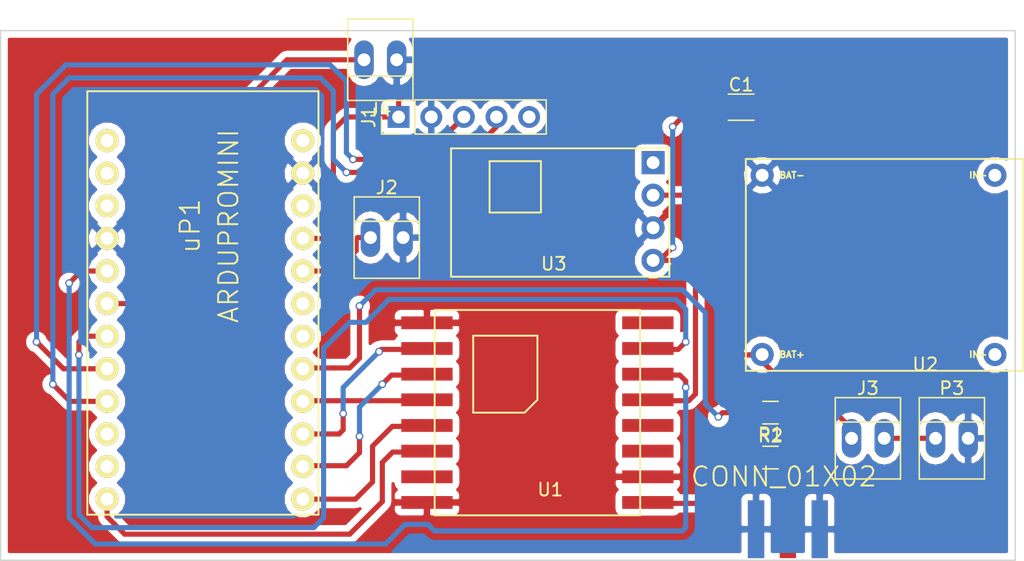
<source format=kicad_pcb>
(kicad_pcb (version 4) (host pcbnew 4.0.6)

  (general
    (links 38)
    (no_connects 0)
    (area 60.655999 38.176999 139.750001 79.552001)
    (thickness 1.6)
    (drawings 5)
    (tracks 169)
    (zones 0)
    (modules 13)
    (nets 18)
  )

  (page A4)
  (layers
    (0 F.Cu signal)
    (31 B.Cu signal)
    (32 B.Adhes user)
    (33 F.Adhes user)
    (34 B.Paste user)
    (35 F.Paste user)
    (36 B.SilkS user)
    (37 F.SilkS user)
    (38 B.Mask user)
    (39 F.Mask user)
    (40 Dwgs.User user)
    (41 Cmts.User user)
    (42 Eco1.User user)
    (43 Eco2.User user)
    (44 Edge.Cuts user)
    (45 Margin user)
    (46 B.CrtYd user)
    (47 F.CrtYd user)
    (48 B.Fab user)
    (49 F.Fab user)
  )

  (setup
    (last_trace_width 0.4)
    (trace_clearance 0.2)
    (zone_clearance 0.508)
    (zone_45_only yes)
    (trace_min 0.2)
    (segment_width 0.2)
    (edge_width 0.1)
    (via_size 0.6)
    (via_drill 0.4)
    (via_min_size 0.4)
    (via_min_drill 0.3)
    (uvia_size 0.3)
    (uvia_drill 0.1)
    (uvias_allowed no)
    (uvia_min_size 0.2)
    (uvia_min_drill 0.1)
    (pcb_text_width 0.3)
    (pcb_text_size 1.5 1.5)
    (mod_edge_width 0.15)
    (mod_text_size 1 1)
    (mod_text_width 0.15)
    (pad_size 1.5 1.5)
    (pad_drill 0.6)
    (pad_to_mask_clearance 0)
    (aux_axis_origin 0 0)
    (visible_elements 7FFFEFFF)
    (pcbplotparams
      (layerselection 0x01000_80000001)
      (usegerberextensions false)
      (excludeedgelayer true)
      (linewidth 0.100000)
      (plotframeref false)
      (viasonmask false)
      (mode 1)
      (useauxorigin false)
      (hpglpennumber 1)
      (hpglpenspeed 20)
      (hpglpendiameter 15)
      (hpglpenoverlay 2)
      (psnegative false)
      (psa4output false)
      (plotreference false)
      (plotvalue false)
      (plotinvisibletext false)
      (padsonsilk false)
      (subtractmaskfromsilk false)
      (outputformat 1)
      (mirror false)
      (drillshape 0)
      (scaleselection 1)
      (outputdirectory ""))
  )

  (net 0 "")
  (net 1 /PWR_OUT)
  (net 2 GND)
  (net 3 "Net-(P1-Pad1)")
  (net 4 /BATT_IN)
  (net 5 /ADC_0)
  (net 6 /Lora_MISO)
  (net 7 /Lora_MOSI)
  (net 8 /Lora_SCK)
  (net 9 /Lora_RESET)
  (net 10 /I2C_SCL)
  (net 11 /I2C_SDA)
  (net 12 "Net-(U1-Pad5)")
  (net 13 /Lora_DI00)
  (net 14 /Lora_DI01)
  (net 15 /Buzzer)
  (net 16 "Net-(J3-Pad2)")
  (net 17 "Net-(J4-Pad2)")

  (net_class Default "This is the default net class."
    (clearance 0.2)
    (trace_width 0.4)
    (via_dia 0.6)
    (via_drill 0.4)
    (uvia_dia 0.3)
    (uvia_drill 0.1)
    (add_net /ADC_0)
    (add_net /BATT_IN)
    (add_net /Buzzer)
    (add_net /I2C_SCL)
    (add_net /I2C_SDA)
    (add_net /Lora_DI00)
    (add_net /Lora_DI01)
    (add_net /Lora_MISO)
    (add_net /Lora_MOSI)
    (add_net /Lora_RESET)
    (add_net /Lora_SCK)
    (add_net /PWR_OUT)
    (add_net GND)
    (add_net "Net-(J3-Pad2)")
    (add_net "Net-(J4-Pad2)")
    (add_net "Net-(P1-Pad1)")
    (add_net "Net-(U1-Pad5)")
  )

  (module Pin_Headers:Pin_Header_Straight_1x05_Pitch2.54mm (layer F.Cu) (tedit 58CD4EC1) (tstamp 58DCECBC)
    (at 91.694 44.958 90)
    (descr "Through hole straight pin header, 1x05, 2.54mm pitch, single row")
    (tags "Through hole pin header THT 1x05 2.54mm single row")
    (path /58DCE74B)
    (fp_text reference J1 (at 0 -2.33 90) (layer F.SilkS)
      (effects (font (size 1 1) (thickness 0.15)))
    )
    (fp_text value CONN_01X05 (at 0 12.49 90) (layer F.Fab)
      (effects (font (size 1 1) (thickness 0.15)))
    )
    (fp_line (start -1.27 -1.27) (end -1.27 11.43) (layer F.Fab) (width 0.1))
    (fp_line (start -1.27 11.43) (end 1.27 11.43) (layer F.Fab) (width 0.1))
    (fp_line (start 1.27 11.43) (end 1.27 -1.27) (layer F.Fab) (width 0.1))
    (fp_line (start 1.27 -1.27) (end -1.27 -1.27) (layer F.Fab) (width 0.1))
    (fp_line (start -1.33 1.27) (end -1.33 11.49) (layer F.SilkS) (width 0.12))
    (fp_line (start -1.33 11.49) (end 1.33 11.49) (layer F.SilkS) (width 0.12))
    (fp_line (start 1.33 11.49) (end 1.33 1.27) (layer F.SilkS) (width 0.12))
    (fp_line (start 1.33 1.27) (end -1.33 1.27) (layer F.SilkS) (width 0.12))
    (fp_line (start -1.33 0) (end -1.33 -1.33) (layer F.SilkS) (width 0.12))
    (fp_line (start -1.33 -1.33) (end 0 -1.33) (layer F.SilkS) (width 0.12))
    (fp_line (start -1.8 -1.8) (end -1.8 11.95) (layer F.CrtYd) (width 0.05))
    (fp_line (start -1.8 11.95) (end 1.8 11.95) (layer F.CrtYd) (width 0.05))
    (fp_line (start 1.8 11.95) (end 1.8 -1.8) (layer F.CrtYd) (width 0.05))
    (fp_line (start 1.8 -1.8) (end -1.8 -1.8) (layer F.CrtYd) (width 0.05))
    (fp_text user %R (at 0 -2.33 90) (layer F.Fab)
      (effects (font (size 1 1) (thickness 0.15)))
    )
    (pad 1 thru_hole rect (at 0 0 90) (size 1.7 1.7) (drill 1) (layers *.Cu *.Mask)
      (net 1 /PWR_OUT))
    (pad 2 thru_hole oval (at 0 2.54 90) (size 1.7 1.7) (drill 1) (layers *.Cu *.Mask)
      (net 2 GND))
    (pad 3 thru_hole oval (at 0 5.08 90) (size 1.7 1.7) (drill 1) (layers *.Cu *.Mask)
      (net 10 /I2C_SCL))
    (pad 4 thru_hole oval (at 0 7.62 90) (size 1.7 1.7) (drill 1) (layers *.Cu *.Mask)
      (net 11 /I2C_SDA))
    (pad 5 thru_hole oval (at 0 10.16 90) (size 1.7 1.7) (drill 1) (layers *.Cu *.Mask))
    (model ${KISYS3DMOD}/Pin_Headers.3dshapes/Pin_Header_Straight_1x05_Pitch2.54mm.wrl
      (at (xyz 0 -0.2 0))
      (scale (xyz 1 1 1))
      (rotate (xyz 0 0 90))
    )
  )

  (module Capacitors_SMD:C_1206_HandSoldering (layer F.Cu) (tedit 58AA84D1) (tstamp 58CA7CF9)
    (at 118.364 44.196)
    (descr "Capacitor SMD 1206, hand soldering")
    (tags "capacitor 1206")
    (path /58B598FF)
    (attr smd)
    (fp_text reference C1 (at 0 -1.75) (layer F.SilkS)
      (effects (font (size 1 1) (thickness 0.15)))
    )
    (fp_text value 10u (at 0 2) (layer F.Fab)
      (effects (font (size 1 1) (thickness 0.15)))
    )
    (fp_text user %R (at 0 -1.75) (layer F.Fab)
      (effects (font (size 1 1) (thickness 0.15)))
    )
    (fp_line (start -1.6 0.8) (end -1.6 -0.8) (layer F.Fab) (width 0.1))
    (fp_line (start 1.6 0.8) (end -1.6 0.8) (layer F.Fab) (width 0.1))
    (fp_line (start 1.6 -0.8) (end 1.6 0.8) (layer F.Fab) (width 0.1))
    (fp_line (start -1.6 -0.8) (end 1.6 -0.8) (layer F.Fab) (width 0.1))
    (fp_line (start 1 -1.02) (end -1 -1.02) (layer F.SilkS) (width 0.12))
    (fp_line (start -1 1.02) (end 1 1.02) (layer F.SilkS) (width 0.12))
    (fp_line (start -3.25 -1.05) (end 3.25 -1.05) (layer F.CrtYd) (width 0.05))
    (fp_line (start -3.25 -1.05) (end -3.25 1.05) (layer F.CrtYd) (width 0.05))
    (fp_line (start 3.25 1.05) (end 3.25 -1.05) (layer F.CrtYd) (width 0.05))
    (fp_line (start 3.25 1.05) (end -3.25 1.05) (layer F.CrtYd) (width 0.05))
    (pad 1 smd rect (at -2 0) (size 2 1.6) (layers F.Cu F.Paste F.Mask)
      (net 1 /PWR_OUT))
    (pad 2 smd rect (at 2 0) (size 2 1.6) (layers F.Cu F.Paste F.Mask)
      (net 2 GND))
    (model Capacitors_SMD.3dshapes/C_1206.wrl
      (at (xyz 0 0 0))
      (scale (xyz 1 1 1))
      (rotate (xyz 0 0 0))
    )
  )

  (module Connectors:PINHEAD1-2 (layer F.Cu) (tedit 0) (tstamp 58CA7D0D)
    (at 133.5 70)
    (path /58AF2934)
    (fp_text reference P3 (at 1.27 -3.9) (layer F.SilkS)
      (effects (font (size 1 1) (thickness 0.15)))
    )
    (fp_text value CONN_01X02 (at 1.27 3.81) (layer F.Fab)
      (effects (font (size 1 1) (thickness 0.15)))
    )
    (fp_line (start 3.81 -1.27) (end -1.27 -1.27) (layer F.SilkS) (width 0.12))
    (fp_line (start 3.81 3.17) (end -1.27 3.17) (layer F.SilkS) (width 0.12))
    (fp_line (start -1.27 -3.17) (end 3.81 -3.17) (layer F.SilkS) (width 0.12))
    (fp_line (start -1.27 -3.17) (end -1.27 3.17) (layer F.SilkS) (width 0.12))
    (fp_line (start 3.81 -3.17) (end 3.81 3.17) (layer F.SilkS) (width 0.12))
    (fp_line (start -1.52 -3.42) (end 4.06 -3.42) (layer F.CrtYd) (width 0.05))
    (fp_line (start -1.52 -3.42) (end -1.52 3.42) (layer F.CrtYd) (width 0.05))
    (fp_line (start 4.06 3.42) (end 4.06 -3.42) (layer F.CrtYd) (width 0.05))
    (fp_line (start 4.06 3.42) (end -1.52 3.42) (layer F.CrtYd) (width 0.05))
    (pad 1 thru_hole oval (at 0 0) (size 1.51 3.01) (drill 1) (layers *.Cu *.Mask)
      (net 16 "Net-(J3-Pad2)"))
    (pad 2 thru_hole oval (at 2.54 0) (size 1.51 3.01) (drill 1) (layers *.Cu *.Mask)
      (net 2 GND))
  )

  (module Connectors:PINHEAD1-2 (layer F.Cu) (tedit 0) (tstamp 58E38658)
    (at 89.5 54.356)
    (path /58E3861C)
    (fp_text reference J2 (at 1.27 -3.9) (layer F.SilkS)
      (effects (font (size 1 1) (thickness 0.15)))
    )
    (fp_text value CONN_01X02 (at 1.27 3.81) (layer F.Fab)
      (effects (font (size 1 1) (thickness 0.15)))
    )
    (fp_line (start 3.81 -1.27) (end -1.27 -1.27) (layer F.SilkS) (width 0.12))
    (fp_line (start 3.81 3.17) (end -1.27 3.17) (layer F.SilkS) (width 0.12))
    (fp_line (start -1.27 -3.17) (end 3.81 -3.17) (layer F.SilkS) (width 0.12))
    (fp_line (start -1.27 -3.17) (end -1.27 3.17) (layer F.SilkS) (width 0.12))
    (fp_line (start 3.81 -3.17) (end 3.81 3.17) (layer F.SilkS) (width 0.12))
    (fp_line (start -1.52 -3.42) (end 4.06 -3.42) (layer F.CrtYd) (width 0.05))
    (fp_line (start -1.52 -3.42) (end -1.52 3.42) (layer F.CrtYd) (width 0.05))
    (fp_line (start 4.06 3.42) (end 4.06 -3.42) (layer F.CrtYd) (width 0.05))
    (fp_line (start 4.06 3.42) (end -1.52 3.42) (layer F.CrtYd) (width 0.05))
    (pad 1 thru_hole oval (at 0 0) (size 1.51 3.01) (drill 1) (layers *.Cu *.Mask)
      (net 15 /Buzzer))
    (pad 2 thru_hole oval (at 2.54 0) (size 1.51 3.01) (drill 1) (layers *.Cu *.Mask)
      (net 2 GND))
  )

  (module MyLib:SMA_EDGE (layer F.Cu) (tedit 58E6060C) (tstamp 58ECC874)
    (at 122 79.3415)
    (path /58AED1B7)
    (fp_text reference P1 (at -0.3175 -6.35) (layer F.SilkS) hide
      (effects (font (size 1.5 1.5) (thickness 0.15)))
    )
    (fp_text value CONN_01X02 (at -0.3175 -6.35 180) (layer F.SilkS)
      (effects (font (size 1.5 1.5) (thickness 0.15)))
    )
    (pad 2 smd rect (at -2.4765 -2.254) (size 1.27 4.5) (layers F.Cu F.Paste F.Mask)
      (net 2 GND))
    (pad 2 smd rect (at 2.4765 -2.254) (size 1.27 4.5) (layers F.Cu F.Paste F.Mask)
      (net 2 GND))
    (pad 1 smd rect (at 0 -2) (size 1.27 4) (layers F.Cu F.Paste F.Mask)
      (net 3 "Net-(P1-Pad1)"))
    (pad 2 smd rect (at -2.4765 -2.254) (size 1.27 4.5) (layers B.Cu F.Paste F.Mask)
      (net 2 GND))
    (pad 2 smd rect (at 2.4765 -2.254) (size 1.27 4.5) (layers B.Cu F.Paste F.Mask)
      (net 2 GND))
  )

  (module Resistors_SMD:R_0805_HandSoldering (layer F.Cu) (tedit 58E0A804) (tstamp 58ECC87C)
    (at 120.65 68 180)
    (descr "Resistor SMD 0805, hand soldering")
    (tags "resistor 0805")
    (path /58B570FF)
    (attr smd)
    (fp_text reference R1 (at 0 -1.7 180) (layer F.SilkS)
      (effects (font (size 1 1) (thickness 0.15)))
    )
    (fp_text value 39k (at 0 1.75 180) (layer F.Fab)
      (effects (font (size 1 1) (thickness 0.15)))
    )
    (fp_text user %R (at 0 0 180) (layer F.Fab)
      (effects (font (size 0.5 0.5) (thickness 0.075)))
    )
    (fp_line (start -1 0.62) (end -1 -0.62) (layer F.Fab) (width 0.1))
    (fp_line (start 1 0.62) (end -1 0.62) (layer F.Fab) (width 0.1))
    (fp_line (start 1 -0.62) (end 1 0.62) (layer F.Fab) (width 0.1))
    (fp_line (start -1 -0.62) (end 1 -0.62) (layer F.Fab) (width 0.1))
    (fp_line (start 0.6 0.88) (end -0.6 0.88) (layer F.SilkS) (width 0.12))
    (fp_line (start -0.6 -0.88) (end 0.6 -0.88) (layer F.SilkS) (width 0.12))
    (fp_line (start -2.35 -0.9) (end 2.35 -0.9) (layer F.CrtYd) (width 0.05))
    (fp_line (start -2.35 -0.9) (end -2.35 0.9) (layer F.CrtYd) (width 0.05))
    (fp_line (start 2.35 0.9) (end 2.35 -0.9) (layer F.CrtYd) (width 0.05))
    (fp_line (start 2.35 0.9) (end -2.35 0.9) (layer F.CrtYd) (width 0.05))
    (pad 1 smd rect (at -1.35 0 180) (size 1.5 1.3) (layers F.Cu F.Paste F.Mask)
      (net 4 /BATT_IN))
    (pad 2 smd rect (at 1.35 0 180) (size 1.5 1.3) (layers F.Cu F.Paste F.Mask)
      (net 5 /ADC_0))
    (model ${KISYS3DMOD}/Resistors_SMD.3dshapes/R_0805.wrl
      (at (xyz 0 0 0))
      (scale (xyz 1 1 1))
      (rotate (xyz 0 0 0))
    )
  )

  (module Resistors_SMD:R_0805_HandSoldering (layer F.Cu) (tedit 58E0A804) (tstamp 58ECC881)
    (at 120.65 71.5)
    (descr "Resistor SMD 0805, hand soldering")
    (tags "resistor 0805")
    (path /58B57434)
    (attr smd)
    (fp_text reference R2 (at 0 -1.7) (layer F.SilkS)
      (effects (font (size 1 1) (thickness 0.15)))
    )
    (fp_text value 120k (at 0 1.75) (layer F.Fab)
      (effects (font (size 1 1) (thickness 0.15)))
    )
    (fp_text user %R (at 0 0) (layer F.Fab)
      (effects (font (size 0.5 0.5) (thickness 0.075)))
    )
    (fp_line (start -1 0.62) (end -1 -0.62) (layer F.Fab) (width 0.1))
    (fp_line (start 1 0.62) (end -1 0.62) (layer F.Fab) (width 0.1))
    (fp_line (start 1 -0.62) (end 1 0.62) (layer F.Fab) (width 0.1))
    (fp_line (start -1 -0.62) (end 1 -0.62) (layer F.Fab) (width 0.1))
    (fp_line (start 0.6 0.88) (end -0.6 0.88) (layer F.SilkS) (width 0.12))
    (fp_line (start -0.6 -0.88) (end 0.6 -0.88) (layer F.SilkS) (width 0.12))
    (fp_line (start -2.35 -0.9) (end 2.35 -0.9) (layer F.CrtYd) (width 0.05))
    (fp_line (start -2.35 -0.9) (end -2.35 0.9) (layer F.CrtYd) (width 0.05))
    (fp_line (start 2.35 0.9) (end 2.35 -0.9) (layer F.CrtYd) (width 0.05))
    (fp_line (start 2.35 0.9) (end -2.35 0.9) (layer F.CrtYd) (width 0.05))
    (pad 1 smd rect (at -1.35 0) (size 1.5 1.3) (layers F.Cu F.Paste F.Mask)
      (net 5 /ADC_0))
    (pad 2 smd rect (at 1.35 0) (size 1.5 1.3) (layers F.Cu F.Paste F.Mask)
      (net 2 GND))
    (model ${KISYS3DMOD}/Resistors_SMD.3dshapes/R_0805.wrl
      (at (xyz 0 0 0))
      (scale (xyz 1 1 1))
      (rotate (xyz 0 0 0))
    )
  )

  (module MyLib:TPS61200_Tiny_Module (layer F.Cu) (tedit 58ECBFF6) (tstamp 58ECC899)
    (at 112.776 57.404 180)
    (path /58D3A974)
    (fp_text reference U3 (at 9 1 180) (layer F.SilkS)
      (effects (font (size 1 1) (thickness 0.15)))
    )
    (fp_text value TPS61200_Tiny_Module (at 9 -1 450) (layer F.Fab)
      (effects (font (size 1 1) (thickness 0.15)))
    )
    (fp_line (start 10 5) (end 14 5) (layer F.SilkS) (width 0.15))
    (fp_line (start 14 5) (end 14 9) (layer F.SilkS) (width 0.15))
    (fp_line (start 14 9) (end 10 9) (layer F.SilkS) (width 0.15))
    (fp_line (start 10 9) (end 10 5) (layer F.SilkS) (width 0.15))
    (fp_line (start 17 0) (end 17 10) (layer F.SilkS) (width 0.15))
    (fp_line (start 17 10) (end 0 10) (layer F.SilkS) (width 0.15))
    (fp_line (start 0 10) (end 0 0) (layer F.SilkS) (width 0.15))
    (fp_line (start 0 0) (end 17 0) (layer F.SilkS) (width 0.15))
    (pad 1 thru_hole circle (at 1.27 1.27 180) (size 1.8 1.8) (drill 1) (layers *.Cu *.Mask)
      (net 1 /PWR_OUT))
    (pad 2 thru_hole circle (at 1.27 3.81 180) (size 1.8 1.8) (drill 1) (layers *.Cu *.Mask)
      (net 2 GND))
    (pad 3 thru_hole circle (at 1.27 6.35 180) (size 1.8 1.8) (drill 1) (layers *.Cu *.Mask)
      (net 4 /BATT_IN))
    (pad 4 thru_hole rect (at 1.27 8.89 180) (size 1.8 1.8) (drill 1) (layers *.Cu *.Mask))
  )

  (module MyLib:ArduProMini_only_sideholes (layer F.Cu) (tedit 58ECC310) (tstamp 58ECC8A0)
    (at 76.454 60.452)
    (path /58C15555)
    (fp_text reference uP1 (at -1 -7 90) (layer F.SilkS)
      (effects (font (size 1.5 1.5) (thickness 0.15)))
    )
    (fp_text value ARDUPROMINI (at 2 -7 90) (layer F.SilkS)
      (effects (font (size 1.5 1.5) (thickness 0.15)))
    )
    (fp_line (start -9 -17.5) (end 9 -17.5) (layer F.SilkS) (width 0.15))
    (fp_line (start 9 -17.5) (end 9 15.5) (layer F.SilkS) (width 0.15))
    (fp_line (start 9 15.5) (end -9 15.5) (layer F.SilkS) (width 0.15))
    (fp_line (start -9 15.5) (end -9 -17.5) (layer F.SilkS) (width 0.15))
    (pad 1 smd circle (at -6.19 -16.19) (size 1.524 1.524) (layers Dwgs.User))
    (pad 2 smd circle (at -3.65 -16.19) (size 1.524 1.524) (layers Dwgs.User))
    (pad 3 smd circle (at -1.11 -16.19) (size 1.524 1.524) (layers Dwgs.User))
    (pad 4 smd circle (at 1.43 -16.19) (size 1.524 1.524) (layers Dwgs.User))
    (pad 5 smd circle (at 3.97 -16.19) (size 1.524 1.524) (layers Dwgs.User))
    (pad 6 smd circle (at 6.51 -16.19) (size 1.524 1.524) (layers Dwgs.User))
    (pad 7 thru_hole circle (at -7.46 -13.65) (size 1.8 1.8) (drill 1) (layers *.Cu *.Mask F.SilkS))
    (pad 8 thru_hole circle (at -7.46 -11.11) (size 1.8 1.8) (drill 1) (layers *.Cu *.Mask F.SilkS))
    (pad 9 thru_hole circle (at -7.46 -8.57) (size 1.8 1.8) (drill 1) (layers *.Cu *.Mask F.SilkS))
    (pad 10 thru_hole circle (at -7.46 -6.03) (size 1.8 1.8) (drill 1) (layers *.Cu *.Mask F.SilkS)
      (net 2 GND))
    (pad 11 thru_hole circle (at -7.46 -3.49) (size 1.8 1.8) (drill 1) (layers *.Cu *.Mask F.SilkS)
      (net 13 /Lora_DI00))
    (pad 12 thru_hole circle (at -7.46 -0.95) (size 1.8 1.8) (drill 1) (layers *.Cu *.Mask F.SilkS)
      (net 17 "Net-(J4-Pad2)"))
    (pad 13 thru_hole circle (at -7.46 1.59) (size 1.8 1.8) (drill 1) (layers *.Cu *.Mask F.SilkS)
      (net 14 /Lora_DI01))
    (pad 14 thru_hole circle (at -7.46 4.13) (size 1.8 1.8) (drill 1) (layers *.Cu *.Mask F.SilkS)
      (net 10 /I2C_SCL))
    (pad 15 thru_hole circle (at -7.46 6.67) (size 1.8 1.8) (drill 1) (layers *.Cu *.Mask F.SilkS)
      (net 11 /I2C_SDA))
    (pad 16 thru_hole circle (at -7.46 9.21) (size 1.8 1.8) (drill 1) (layers *.Cu *.Mask F.SilkS))
    (pad 17 thru_hole circle (at -7.46 11.75) (size 1.8 1.8) (drill 1) (layers *.Cu *.Mask F.SilkS))
    (pad 18 thru_hole circle (at -7.46 14.29) (size 1.8 1.8) (drill 1) (layers *.Cu *.Mask F.SilkS)
      (net 9 /Lora_RESET))
    (pad 19 thru_hole circle (at 7.78 -13.65) (size 1.8 1.8) (drill 1) (layers *.Cu *.Mask F.SilkS))
    (pad 20 thru_hole circle (at 7.78 -11.11) (size 1.8 1.8) (drill 1) (layers *.Cu *.Mask F.SilkS)
      (net 2 GND))
    (pad 21 thru_hole circle (at 7.78 -8.57) (size 1.8 1.8) (drill 1) (layers *.Cu *.Mask F.SilkS))
    (pad 22 thru_hole circle (at 7.78 -6.03) (size 1.8 1.8) (drill 1) (layers *.Cu *.Mask F.SilkS)
      (net 1 /PWR_OUT))
    (pad 23 thru_hole circle (at 7.78 -3.49) (size 1.8 1.8) (drill 1) (layers *.Cu *.Mask F.SilkS)
      (net 15 /Buzzer))
    (pad 24 thru_hole circle (at 7.78 -0.95) (size 1.8 1.8) (drill 1) (layers *.Cu *.Mask F.SilkS))
    (pad 25 thru_hole circle (at 7.78 1.59) (size 1.8 1.8) (drill 1) (layers *.Cu *.Mask F.SilkS))
    (pad 26 thru_hole circle (at 7.78 4.13) (size 1.8 1.8) (drill 1) (layers *.Cu *.Mask F.SilkS)
      (net 5 /ADC_0))
    (pad 27 thru_hole circle (at 7.78 6.67) (size 1.8 1.8) (drill 1) (layers *.Cu *.Mask F.SilkS)
      (net 8 /Lora_SCK))
    (pad 28 thru_hole circle (at 7.78 9.21) (size 1.8 1.8) (drill 1) (layers *.Cu *.Mask F.SilkS)
      (net 6 /Lora_MISO))
    (pad 29 thru_hole circle (at 7.78 11.75) (size 1.8 1.8) (drill 1) (layers *.Cu *.Mask F.SilkS)
      (net 7 /Lora_MOSI))
    (pad 30 thru_hole circle (at 7.78 14.29) (size 1.8 1.8) (drill 1) (layers *.Cu *.Mask F.SilkS)
      (net 12 "Net-(U1-Pad5)"))
    (pad 31 smd circle (at 4.859 -4.887) (size 1.8 1.8) (layers Dwgs.User))
    (pad 32 smd circle (at 4.859 -2.347) (size 1.8 1.8) (layers Dwgs.User))
    (pad 33 smd circle (at 4.859 5.527) (size 1.8 1.8) (layers Dwgs.User))
    (pad 34 smd circle (at 4.859 8.067) (size 1.8 1.8) (layers Dwgs.User))
  )

  (module Connectors:PINHEAD1-2 (layer F.Cu) (tedit 0) (tstamp 58ECCB11)
    (at 126.96 70)
    (path /58ECD94D)
    (fp_text reference J3 (at 1.27 -3.9) (layer F.SilkS)
      (effects (font (size 1 1) (thickness 0.15)))
    )
    (fp_text value CONN_01X02 (at 1.27 3.81) (layer F.Fab)
      (effects (font (size 1 1) (thickness 0.15)))
    )
    (fp_line (start 3.81 -1.27) (end -1.27 -1.27) (layer F.SilkS) (width 0.12))
    (fp_line (start 3.81 3.17) (end -1.27 3.17) (layer F.SilkS) (width 0.12))
    (fp_line (start -1.27 -3.17) (end 3.81 -3.17) (layer F.SilkS) (width 0.12))
    (fp_line (start -1.27 -3.17) (end -1.27 3.17) (layer F.SilkS) (width 0.12))
    (fp_line (start 3.81 -3.17) (end 3.81 3.17) (layer F.SilkS) (width 0.12))
    (fp_line (start -1.52 -3.42) (end 4.06 -3.42) (layer F.CrtYd) (width 0.05))
    (fp_line (start -1.52 -3.42) (end -1.52 3.42) (layer F.CrtYd) (width 0.05))
    (fp_line (start 4.06 3.42) (end 4.06 -3.42) (layer F.CrtYd) (width 0.05))
    (fp_line (start 4.06 3.42) (end -1.52 3.42) (layer F.CrtYd) (width 0.05))
    (pad 1 thru_hole oval (at 0 0) (size 1.51 3.01) (drill 1) (layers *.Cu *.Mask)
      (net 4 /BATT_IN))
    (pad 2 thru_hole oval (at 2.54 0) (size 1.51 3.01) (drill 1) (layers *.Cu *.Mask)
      (net 16 "Net-(J3-Pad2)"))
  )

  (module Connectors:PINHEAD1-2 (layer F.Cu) (tedit 0) (tstamp 58ECCB17)
    (at 91.54 40.5 180)
    (path /58ECE961)
    (fp_text reference J4 (at 1.27 -3.9 180) (layer F.SilkS)
      (effects (font (size 1 1) (thickness 0.15)))
    )
    (fp_text value CONN_01X02 (at 1.27 3.81 180) (layer F.Fab)
      (effects (font (size 1 1) (thickness 0.15)))
    )
    (fp_line (start 3.81 -1.27) (end -1.27 -1.27) (layer F.SilkS) (width 0.12))
    (fp_line (start 3.81 3.17) (end -1.27 3.17) (layer F.SilkS) (width 0.12))
    (fp_line (start -1.27 -3.17) (end 3.81 -3.17) (layer F.SilkS) (width 0.12))
    (fp_line (start -1.27 -3.17) (end -1.27 3.17) (layer F.SilkS) (width 0.12))
    (fp_line (start 3.81 -3.17) (end 3.81 3.17) (layer F.SilkS) (width 0.12))
    (fp_line (start -1.52 -3.42) (end 4.06 -3.42) (layer F.CrtYd) (width 0.05))
    (fp_line (start -1.52 -3.42) (end -1.52 3.42) (layer F.CrtYd) (width 0.05))
    (fp_line (start 4.06 3.42) (end 4.06 -3.42) (layer F.CrtYd) (width 0.05))
    (fp_line (start 4.06 3.42) (end -1.52 3.42) (layer F.CrtYd) (width 0.05))
    (pad 1 thru_hole oval (at 0 0 180) (size 1.51 3.01) (drill 1) (layers *.Cu *.Mask)
      (net 2 GND))
    (pad 2 thru_hole oval (at 2.54 0 180) (size 1.51 3.01) (drill 1) (layers *.Cu *.Mask)
      (net 17 "Net-(J4-Pad2)"))
  )

  (module MyLib:RFM95 (layer F.Cu) (tedit 58AC420B) (tstamp 58F18564)
    (at 102.5 68)
    (path /58F1845A)
    (fp_text reference U1 (at 1 6) (layer F.SilkS)
      (effects (font (size 1 1) (thickness 0.15)))
    )
    (fp_text value RFM95 (at 1 4) (layer F.Fab)
      (effects (font (size 1 1) (thickness 0.15)))
    )
    (fp_line (start -5 -6) (end -5 0) (layer F.SilkS) (width 0.15))
    (fp_line (start -5 0) (end -1 0) (layer F.SilkS) (width 0.15))
    (fp_line (start -1 0) (end 0 -1) (layer F.SilkS) (width 0.15))
    (fp_line (start 0 -1) (end 0 -6) (layer F.SilkS) (width 0.15))
    (fp_line (start 0 -6) (end -5 -6) (layer F.SilkS) (width 0.15))
    (fp_line (start -8 8) (end -8 -8) (layer F.SilkS) (width 0.15))
    (fp_line (start -8 -8) (end 8 -8) (layer F.SilkS) (width 0.15))
    (fp_line (start 8 -8) (end 8 8) (layer F.SilkS) (width 0.15))
    (fp_line (start 8 8) (end -8 8) (layer F.SilkS) (width 0.15))
    (pad 1 smd rect (at -8.6 -7) (size 4 1) (layers F.Cu F.Paste F.Mask)
      (net 2 GND))
    (pad 2 smd rect (at -8.6 -5) (size 4 1) (layers F.Cu F.Paste F.Mask)
      (net 6 /Lora_MISO))
    (pad 3 smd rect (at -8.6 -3) (size 4 1) (layers F.Cu F.Paste F.Mask)
      (net 7 /Lora_MOSI))
    (pad 4 smd rect (at -8.6 -1) (size 4 1) (layers F.Cu F.Paste F.Mask)
      (net 8 /Lora_SCK))
    (pad 5 smd rect (at -8.6 1) (size 4 1) (layers F.Cu F.Paste F.Mask)
      (net 12 "Net-(U1-Pad5)"))
    (pad 6 smd rect (at -8.6 3) (size 4 1) (layers F.Cu F.Paste F.Mask)
      (net 9 /Lora_RESET))
    (pad 7 smd rect (at -8.6 5) (size 4 1) (layers F.Cu F.Paste F.Mask))
    (pad 8 smd rect (at -8.6 7) (size 4 1) (layers F.Cu F.Paste F.Mask)
      (net 2 GND))
    (pad 9 smd rect (at 8.6 7) (size 4 1) (layers F.Cu F.Paste F.Mask)
      (net 3 "Net-(P1-Pad1)"))
    (pad 10 smd rect (at 8.6 5) (size 4 1) (layers F.Cu F.Paste F.Mask)
      (net 2 GND))
    (pad 11 smd rect (at 8.6 3) (size 4 1) (layers F.Cu F.Paste F.Mask))
    (pad 12 smd rect (at 8.6 1) (size 4 1) (layers F.Cu F.Paste F.Mask))
    (pad 13 smd rect (at 8.6 -1) (size 4 1) (layers F.Cu F.Paste F.Mask)
      (net 1 /PWR_OUT))
    (pad 14 smd rect (at 8.6 -3) (size 4 1) (layers F.Cu F.Paste F.Mask)
      (net 13 /Lora_DI00))
    (pad 15 smd rect (at 8.6 -5) (size 4 1) (layers F.Cu F.Paste F.Mask)
      (net 14 /Lora_DI01))
    (pad 16 smd rect (at 8.6 -7) (size 4 1) (layers F.Cu F.Paste F.Mask))
  )

  (module MyLib:USB_charge_circuit (layer F.Cu) (tedit 58ECC97A) (tstamp 58F18565)
    (at 138.12 49.43 180)
    (path /58CA91F7)
    (fp_text reference U2 (at 5.42 -14.81 180) (layer F.SilkS)
      (effects (font (size 1 1) (thickness 0.15)))
    )
    (fp_text value USB_Charge_circuit (at 5.42 -15.81 180) (layer F.Fab)
      (effects (font (size 1 1) (thickness 0.15)))
    )
    (fp_text user BAT- (at 15.8 -0.07 180) (layer F.SilkS)
      (effects (font (size 0.5 0.5) (thickness 0.125)))
    )
    (fp_text user BAT+ (at 15.8 -14.04 180) (layer F.SilkS)
      (effects (font (size 0.5 0.5) (thickness 0.125)))
    )
    (fp_text user IN- (at 1.3 -0.07 180) (layer F.SilkS)
      (effects (font (size 0.5 0.5) (thickness 0.125)))
    )
    (fp_text user IN+ (at 1.3 -14.04 180) (layer F.SilkS)
      (effects (font (size 0.5 0.5) (thickness 0.125)))
    )
    (fp_line (start -2.2 -15.31) (end -2.2 1.2) (layer F.SilkS) (width 0.15))
    (fp_line (start -2.2 1.2) (end 19.39 1.2) (layer F.SilkS) (width 0.15))
    (fp_line (start 19.39 1.2) (end 19.39 -15.31) (layer F.SilkS) (width 0.15))
    (fp_line (start 19.39 -15.31) (end -2.2 -15.31) (layer F.SilkS) (width 0.15))
    (pad 1 thru_hole circle (at 0 -14.04 180) (size 1.8 1.8) (drill 1) (layers *.Cu *.Mask))
    (pad 2 thru_hole circle (at 0 -0.07 180) (size 1.8 1.8) (drill 1) (layers *.Cu *.Mask))
    (pad 3 thru_hole circle (at 18.12 -14.04 180) (size 1.8 1.8) (drill 1) (layers *.Cu *.Mask)
      (net 4 /BATT_IN))
    (pad 4 thru_hole circle (at 18.12 -0.07 180) (size 1.8 1.8) (drill 1) (layers *.Cu *.Mask)
      (net 2 GND))
  )

  (gr_line (start 139.7 38.227) (end 139.192 38.227) (angle 90) (layer Edge.Cuts) (width 0.1))
  (gr_line (start 139.7 79.502) (end 139.7 38.227) (angle 90) (layer Edge.Cuts) (width 0.1))
  (gr_line (start 60.706 79.502) (end 139.7 79.502) (angle 90) (layer Edge.Cuts) (width 0.1))
  (gr_line (start 60.706 38.227) (end 60.706 79.502) (angle 90) (layer Edge.Cuts) (width 0.1))
  (gr_line (start 139.319 38.227) (end 60.706 38.227) (angle 90) (layer Edge.Cuts) (width 0.1))

  (segment (start 111.506 56.134) (end 112.014 56.134) (width 0.4) (layer F.Cu) (net 1))
  (segment (start 112.014 56.134) (end 113.03 55.118) (width 0.4) (layer F.Cu) (net 1) (tstamp 58E21A4F))
  (via (at 113.03 55.118) (size 0.6) (drill 0.4) (layers F.Cu B.Cu) (net 1))
  (segment (start 114.554 44.196) (end 116.364 44.196) (width 0.4) (layer F.Cu) (net 1) (tstamp 58E21A36))
  (segment (start 113.03 45.72) (end 114.554 44.196) (width 0.4) (layer F.Cu) (net 1) (tstamp 58E21A35))
  (via (at 113.03 45.72) (size 0.6) (drill 0.4) (layers F.Cu B.Cu) (net 1))
  (segment (start 113.03 55.118) (end 113.03 45.72) (width 0.4) (layer B.Cu) (net 1) (tstamp 58E21A2C))
  (segment (start 111.506 56.134) (end 114.046 56.134) (width 0.4) (layer F.Cu) (net 1))
  (segment (start 114.284 67.072) (end 111.362 67.072) (width 0.4) (layer F.Cu) (net 1) (tstamp 58E21465))
  (segment (start 114.808 66.548) (end 114.284 67.072) (width 0.4) (layer F.Cu) (net 1) (tstamp 58E21463))
  (segment (start 114.808 56.896) (end 114.808 66.548) (width 0.4) (layer F.Cu) (net 1) (tstamp 58E2145D))
  (segment (start 114.046 56.134) (end 114.808 56.896) (width 0.4) (layer F.Cu) (net 1) (tstamp 58E2145A))
  (segment (start 91.694 44.958) (end 87.63 44.958) (width 0.4) (layer F.Cu) (net 1))
  (segment (start 86.04 54.422) (end 84.234 54.422) (width 0.4) (layer F.Cu) (net 1) (tstamp 58E2141B))
  (segment (start 86.614 53.848) (end 86.04 54.422) (width 0.4) (layer F.Cu) (net 1) (tstamp 58E21419))
  (segment (start 86.614 45.974) (end 86.614 53.848) (width 0.4) (layer F.Cu) (net 1) (tstamp 58E21414))
  (segment (start 87.63 44.958) (end 86.614 45.974) (width 0.4) (layer F.Cu) (net 1) (tstamp 58E2140D))
  (segment (start 91.694 44.958) (end 91.694 43.688) (width 0.4) (layer F.Cu) (net 1) (status 10))
  (segment (start 109.474 43.434) (end 108.204 42.164) (width 0.4) (layer F.Cu) (net 1) (tstamp 58DCFDAB))
  (segment (start 108.204 42.164) (end 93.218 42.164) (width 0.4) (layer F.Cu) (net 1) (tstamp 58DCFD3D))
  (segment (start 110.236 44.196) (end 109.474 43.434) (width 0.4) (layer F.Cu) (net 1) (tstamp 58DCFDA8))
  (segment (start 116.364 44.196) (end 110.236 44.196) (width 0.4) (layer F.Cu) (net 1))
  (segment (start 91.694 43.688) (end 93.218 42.164) (width 0.4) (layer F.Cu) (net 1) (tstamp 58DCFDC1))
  (segment (start 121 74) (end 122 75) (width 0.4) (layer F.Cu) (net 3))
  (segment (start 122 75) (end 122 77.5) (width 0.4) (layer F.Cu) (net 3))
  (segment (start 118 74) (end 121 74) (width 0.4) (layer F.Cu) (net 3))
  (segment (start 116.928 75.072) (end 118 74) (width 0.4) (layer F.Cu) (net 3))
  (segment (start 111.362 75.072) (end 116.928 75.072) (width 0.4) (layer F.Cu) (net 3))
  (segment (start 111.506 51.054) (end 115.554 51.054) (width 0.4) (layer F.Cu) (net 4))
  (segment (start 115.554 51.054) (end 117.5 53) (width 0.4) (layer F.Cu) (net 4))
  (segment (start 117.5 53) (end 117.5 63.144) (width 0.4) (layer F.Cu) (net 4))
  (segment (start 117.5 63.144) (end 117.856 63.5) (width 0.4) (layer F.Cu) (net 4))
  (segment (start 117.856 63.5) (end 118.618 63.5) (width 0.4) (layer F.Cu) (net 4))
  (segment (start 122 68) (end 125.71 68) (width 0.4) (layer F.Cu) (net 4))
  (segment (start 125.71 68) (end 126.96 69.25) (width 0.4) (layer F.Cu) (net 4))
  (segment (start 126.96 69.25) (end 126.96 70) (width 0.4) (layer F.Cu) (net 4))
  (segment (start 120 63.47) (end 120 64) (width 0.4) (layer F.Cu) (net 4))
  (segment (start 119 63.5) (end 118.618 63.5) (width 0.4) (layer F.Cu) (net 4))
  (segment (start 120 63.5) (end 119 63.5) (width 0.4) (layer F.Cu) (net 4))
  (segment (start 119 63.5) (end 119.97 63.5) (width 0.4) (layer F.Cu) (net 4))
  (segment (start 119.97 63.5) (end 120 63.47) (width 0.4) (layer F.Cu) (net 4))
  (segment (start 122.65 68) (end 122.65 66.65) (width 0.4) (layer F.Cu) (net 4))
  (segment (start 122.65 66.65) (end 120 64) (width 0.4) (layer F.Cu) (net 4))
  (segment (start 120 64) (end 120 63.5) (width 0.4) (layer F.Cu) (net 4))
  (segment (start 118.65 68) (end 116.912 68) (width 0.4) (layer F.Cu) (net 5))
  (segment (start 116.912 68) (end 116.586 68.326) (width 0.4) (layer F.Cu) (net 5))
  (segment (start 118.65 71.5) (end 118.65 68) (width 0.4) (layer F.Cu) (net 5))
  (segment (start 115.57 60.96) (end 115.57 60.198) (width 0.4) (layer B.Cu) (net 5))
  (segment (start 89.916 58.42) (end 88.646 59.69) (width 0.4) (layer B.Cu) (net 5) (tstamp 58E389A1))
  (segment (start 113.792 58.42) (end 89.916 58.42) (width 0.4) (layer B.Cu) (net 5) (tstamp 58E38997))
  (segment (start 115.57 60.198) (end 113.792 58.42) (width 0.4) (layer B.Cu) (net 5) (tstamp 58E38996))
  (segment (start 115.57 66.802) (end 115.57 67.31) (width 0.4) (layer B.Cu) (net 5))
  (segment (start 115.57 67.31) (end 116.586 68.326) (width 0.4) (layer B.Cu) (net 5) (tstamp 58E388C2))
  (segment (start 86.614 64.516) (end 84.3 64.516) (width 0.4) (layer F.Cu) (net 5))
  (via (at 88.646 59.69) (size 0.6) (drill 0.4) (layers F.Cu B.Cu) (net 5))
  (segment (start 88.646 63.754) (end 87.884 64.516) (width 0.4) (layer F.Cu) (net 5) (tstamp 58DD0057))
  (segment (start 87.884 64.516) (end 86.614 64.516) (width 0.4) (layer F.Cu) (net 5) (tstamp 58DD005E))
  (segment (start 88.646 59.69) (end 88.646 63.754) (width 0.4) (layer F.Cu) (net 5))
  (segment (start 84.3 64.516) (end 84.234 64.582) (width 0.4) (layer F.Cu) (net 5) (tstamp 58DD0068))
  (segment (start 115.57 66.802) (end 115.57 60.96) (width 0.4) (layer B.Cu) (net 5) (tstamp 58E388C0))
  (via (at 116.586 68.326) (size 0.6) (drill 0.4) (layers F.Cu B.Cu) (net 5))
  (segment (start 93.362 63.072) (end 90.344 63.072) (width 0.4) (layer F.Cu) (net 6))
  (segment (start 87.056 69.662) (end 84.234 69.662) (width 0.4) (layer F.Cu) (net 6) (tstamp 58DD0102))
  (segment (start 87.376 69.342) (end 87.056 69.662) (width 0.4) (layer F.Cu) (net 6) (tstamp 58DD00FC))
  (segment (start 87.376 68.072) (end 87.376 69.342) (width 0.4) (layer F.Cu) (net 6) (tstamp 58DD00FB))
  (via (at 87.376 68.072) (size 0.6) (drill 0.4) (layers F.Cu B.Cu) (net 6))
  (segment (start 87.376 66.04) (end 87.376 68.072) (width 0.4) (layer B.Cu) (net 6) (tstamp 58DD00F3))
  (segment (start 90.17 63.246) (end 87.376 66.04) (width 0.4) (layer B.Cu) (net 6) (tstamp 58DD00F2))
  (via (at 90.17 63.246) (size 0.6) (drill 0.4) (layers F.Cu B.Cu) (net 6))
  (segment (start 90.344 63.072) (end 90.17 63.246) (width 0.4) (layer F.Cu) (net 6) (tstamp 58DD00EE))
  (segment (start 93.362 65.072) (end 91.138 65.072) (width 0.4) (layer F.Cu) (net 7))
  (segment (start 87.63 72.136) (end 84.3 72.136) (width 0.4) (layer F.Cu) (net 7) (tstamp 58DD00EA))
  (segment (start 88.646 71.12) (end 87.63 72.136) (width 0.4) (layer F.Cu) (net 7) (tstamp 58DD00E8))
  (segment (start 88.646 69.85) (end 88.646 71.12) (width 0.4) (layer F.Cu) (net 7) (tstamp 58DD00E7))
  (via (at 88.646 69.85) (size 0.6) (drill 0.4) (layers F.Cu B.Cu) (net 7))
  (segment (start 88.646 67.564) (end 88.646 69.85) (width 0.4) (layer B.Cu) (net 7) (tstamp 58DD00E2))
  (segment (start 90.424 65.786) (end 88.646 67.564) (width 0.4) (layer B.Cu) (net 7) (tstamp 58DD00E1))
  (via (at 90.424 65.786) (size 0.6) (drill 0.4) (layers F.Cu B.Cu) (net 7))
  (segment (start 91.138 65.072) (end 90.424 65.786) (width 0.4) (layer F.Cu) (net 7) (tstamp 58DD00DC))
  (segment (start 84.3 72.136) (end 84.234 72.202) (width 0.4) (layer F.Cu) (net 7) (tstamp 58DD00EB))
  (segment (start 93.362 67.072) (end 84.284 67.072) (width 0.4) (layer F.Cu) (net 8))
  (segment (start 84.284 67.072) (end 84.234 67.122) (width 0.4) (layer F.Cu) (net 8) (tstamp 58DD00D5))
  (segment (start 68.994 74.742) (end 68.994 76.106) (width 0.4) (layer F.Cu) (net 9))
  (segment (start 68.994 76.106) (end 70.358 77.47) (width 0.4) (layer F.Cu) (net 9) (tstamp 58DD014A))
  (segment (start 93.362 71.072) (end 91.234 71.072) (width 0.4) (layer F.Cu) (net 9))
  (segment (start 87.884 77.47) (end 70.358 77.47) (width 0.4) (layer F.Cu) (net 9) (tstamp 58DD013D))
  (segment (start 90.424 74.93) (end 87.884 77.47) (width 0.4) (layer F.Cu) (net 9) (tstamp 58DD0138))
  (segment (start 90.424 71.882) (end 90.424 74.93) (width 0.4) (layer F.Cu) (net 9) (tstamp 58DD0137))
  (segment (start 91.234 71.072) (end 90.424 71.882) (width 0.4) (layer F.Cu) (net 9) (tstamp 58DD0136))
  (segment (start 96.774 44.958) (end 93.472 48.26) (width 0.4) (layer F.Cu) (net 10))
  (segment (start 93.472 48.26) (end 88.138 48.26) (width 0.4) (layer F.Cu) (net 10) (tstamp 58E38AF7))
  (segment (start 68.994 64.582) (end 65.598 64.582) (width 0.4) (layer F.Cu) (net 10))
  (via (at 63.5 62.484) (size 0.6) (drill 0.4) (layers F.Cu B.Cu) (net 10))
  (segment (start 65.598 64.582) (end 63.5 62.484) (width 0.4) (layer F.Cu) (net 10) (tstamp 58E2163F))
  (segment (start 63.5 43.18) (end 63.5 62.484) (width 0.4) (layer B.Cu) (net 10) (tstamp 58E21632))
  (segment (start 65.786 40.894) (end 63.5 43.18) (width 0.4) (layer B.Cu) (net 10) (tstamp 58E2162F))
  (segment (start 86.36 40.894) (end 65.786 40.894) (width 0.4) (layer B.Cu) (net 10) (tstamp 58E2162B))
  (segment (start 87.63 42.164) (end 86.36 40.894) (width 0.4) (layer B.Cu) (net 10) (tstamp 58E21627))
  (segment (start 87.63 47.752) (end 87.63 42.164) (width 0.4) (layer B.Cu) (net 10) (tstamp 58E21625))
  (segment (start 88.138 48.26) (end 87.63 47.752) (width 0.4) (layer B.Cu) (net 10) (tstamp 58E21624))
  (via (at 88.138 48.26) (size 0.6) (drill 0.4) (layers F.Cu B.Cu) (net 10))
  (segment (start 99.314 44.958) (end 99.314 45.72) (width 0.25) (layer F.Cu) (net 11))
  (segment (start 99.314 45.72) (end 98.044 46.99) (width 0.4) (layer F.Cu) (net 11) (tstamp 58E38B32))
  (via (at 87.63 49.276) (size 0.6) (drill 0.4) (layers F.Cu B.Cu) (net 11))
  (segment (start 87.63 49.276) (end 86.614 48.26) (width 0.4) (layer B.Cu) (net 11) (tstamp 58E215BA))
  (segment (start 86.614 48.26) (end 86.614 42.926) (width 0.4) (layer B.Cu) (net 11) (tstamp 58E215BB))
  (segment (start 86.614 42.926) (end 85.598 41.91) (width 0.4) (layer B.Cu) (net 11) (tstamp 58E215BE))
  (segment (start 85.598 41.91) (end 66.04 41.91) (width 0.4) (layer B.Cu) (net 11) (tstamp 58E215C2))
  (segment (start 66.04 41.91) (end 64.77 43.18) (width 0.4) (layer B.Cu) (net 11) (tstamp 58E215C9))
  (segment (start 64.77 43.18) (end 64.77 65.786) (width 0.4) (layer B.Cu) (net 11) (tstamp 58E215D4))
  (segment (start 93.726 49.276) (end 87.63 49.276) (width 0.4) (layer F.Cu) (net 11) (tstamp 58E38B3D))
  (segment (start 66.106 67.122) (end 64.77 65.786) (width 0.4) (layer F.Cu) (net 11) (tstamp 58E215E6))
  (via (at 64.77 65.786) (size 0.6) (drill 0.4) (layers F.Cu B.Cu) (net 11))
  (segment (start 68.994 67.122) (end 66.106 67.122) (width 0.4) (layer F.Cu) (net 11))
  (segment (start 98.044 46.99) (end 96.012 46.99) (width 0.4) (layer F.Cu) (net 11) (tstamp 58E38B35))
  (segment (start 96.012 46.99) (end 93.726 49.276) (width 0.4) (layer F.Cu) (net 11) (tstamp 58E38B38))
  (segment (start 93.362 69.072) (end 91.202 69.072) (width 0.4) (layer F.Cu) (net 12))
  (segment (start 88.326 74.742) (end 84.234 74.742) (width 0.4) (layer F.Cu) (net 12) (tstamp 58DD0132))
  (segment (start 89.662 73.406) (end 88.326 74.742) (width 0.4) (layer F.Cu) (net 12) (tstamp 58DD012E))
  (segment (start 89.662 70.612) (end 89.662 73.406) (width 0.4) (layer F.Cu) (net 12) (tstamp 58DD012A))
  (segment (start 91.202 69.072) (end 89.662 70.612) (width 0.4) (layer F.Cu) (net 12) (tstamp 58DD0127))
  (segment (start 111.362 65.072) (end 113.586 65.072) (width 0.4) (layer F.Cu) (net 13))
  (segment (start 114.046 65.532) (end 114.046 66.04) (width 0.4) (layer F.Cu) (net 13) (tstamp 58E38AB4))
  (segment (start 113.586 65.072) (end 114.046 65.532) (width 0.4) (layer F.Cu) (net 13) (tstamp 58E38AB2))
  (segment (start 68.994 56.962) (end 66.99 56.962) (width 0.4) (layer F.Cu) (net 13))
  (via (at 114.046 66.04) (size 0.6) (drill 0.4) (layers F.Cu B.Cu) (net 13))
  (segment (start 114.046 66.04) (end 114.046 76.962) (width 0.4) (layer B.Cu) (net 13) (tstamp 58E21489))
  (segment (start 114.046 76.962) (end 113.792 77.216) (width 0.4) (layer B.Cu) (net 13) (tstamp 58E2148A))
  (segment (start 113.792 77.216) (end 94.488 77.216) (width 0.4) (layer B.Cu) (net 13) (tstamp 58E21497))
  (segment (start 94.488 77.216) (end 93.98 76.708) (width 0.4) (layer B.Cu) (net 13) (tstamp 58E2149A))
  (segment (start 93.98 76.708) (end 92.202 76.708) (width 0.4) (layer B.Cu) (net 13) (tstamp 58E2149F))
  (segment (start 92.202 76.708) (end 90.678 78.232) (width 0.4) (layer B.Cu) (net 13) (tstamp 58E214A2))
  (segment (start 90.678 78.232) (end 68.072 78.232) (width 0.4) (layer B.Cu) (net 13) (tstamp 58E214AE))
  (segment (start 68.072 78.232) (end 66.04 76.2) (width 0.4) (layer B.Cu) (net 13) (tstamp 58E214B5))
  (segment (start 66.04 76.2) (end 66.04 58.42) (width 0.4) (layer B.Cu) (net 13) (tstamp 58E214BA))
  (segment (start 66.04 57.912) (end 66.04 58.42) (width 0.4) (layer B.Cu) (net 13) (tstamp 58E21507))
  (segment (start 66.99 56.962) (end 66.04 57.912) (width 0.4) (layer F.Cu) (net 13) (tstamp 58E214FF))
  (via (at 66.04 57.912) (size 0.6) (drill 0.4) (layers F.Cu B.Cu) (net 13))
  (segment (start 68.994 62.042) (end 67.244 62.042) (width 0.4) (layer F.Cu) (net 14))
  (segment (start 66.802 62.484) (end 66.802 63.5) (width 0.4) (layer F.Cu) (net 14) (tstamp 58E38A86))
  (segment (start 67.244 62.042) (end 66.802 62.484) (width 0.4) (layer F.Cu) (net 14) (tstamp 58E38A84))
  (segment (start 111.362 63.072) (end 113.458 63.072) (width 0.4) (layer F.Cu) (net 14))
  (segment (start 113.458 63.072) (end 114.046 62.484) (width 0.4) (layer F.Cu) (net 14) (tstamp 58E38A0A))
  (via (at 66.802 63.5) (size 0.6) (drill 0.4) (layers F.Cu B.Cu) (net 14))
  (segment (start 66.802 75.946) (end 66.802 63.5) (width 0.4) (layer B.Cu) (net 14) (tstamp 58E38A3D))
  (segment (start 67.818 76.962) (end 66.802 75.946) (width 0.4) (layer B.Cu) (net 14) (tstamp 58E38A39))
  (segment (start 85.09 76.962) (end 67.818 76.962) (width 0.4) (layer B.Cu) (net 14) (tstamp 58E38A35))
  (segment (start 85.852 76.2) (end 85.09 76.962) (width 0.4) (layer B.Cu) (net 14) (tstamp 58E38A33))
  (segment (start 85.852 62.992) (end 85.852 76.2) (width 0.4) (layer B.Cu) (net 14) (tstamp 58E38A24))
  (segment (start 87.884 60.96) (end 85.852 62.992) (width 0.4) (layer B.Cu) (net 14) (tstamp 58E38A20))
  (segment (start 89.154 60.96) (end 87.884 60.96) (width 0.4) (layer B.Cu) (net 14) (tstamp 58E38A1B))
  (segment (start 90.932 59.182) (end 89.154 60.96) (width 0.4) (layer B.Cu) (net 14) (tstamp 58E38A17))
  (segment (start 113.284 59.182) (end 90.932 59.182) (width 0.4) (layer B.Cu) (net 14) (tstamp 58E38A12))
  (segment (start 114.046 59.944) (end 113.284 59.182) (width 0.4) (layer B.Cu) (net 14) (tstamp 58E38A11))
  (segment (start 114.046 62.484) (end 114.046 59.944) (width 0.4) (layer B.Cu) (net 14) (tstamp 58E38A10))
  (via (at 114.046 62.484) (size 0.6) (drill 0.4) (layers F.Cu B.Cu) (net 14))
  (segment (start 68.26 62.042) (end 68.994 62.042) (width 0.4) (layer F.Cu) (net 14) (tstamp 58E38A48))
  (segment (start 88.392 55.372) (end 88.392 54.459) (width 0.4) (layer F.Cu) (net 15))
  (segment (start 88.392 54.459) (end 88.495 54.356) (width 0.4) (layer F.Cu) (net 15))
  (segment (start 88.495 54.356) (end 89.5 54.356) (width 0.4) (layer F.Cu) (net 15))
  (segment (start 89.5 54.356) (end 89.5 54.5) (width 0.4) (layer F.Cu) (net 15))
  (segment (start 88.392 55.372) (end 86.802 56.962) (width 0.4) (layer F.Cu) (net 15) (tstamp 58E389C7))
  (segment (start 86.802 56.962) (end 84.234 56.962) (width 0.4) (layer F.Cu) (net 15) (tstamp 58E38685))
  (segment (start 129.5 70) (end 133.5 70) (width 0.4) (layer F.Cu) (net 16))
  (segment (start 89 40.5) (end 83 40.5) (width 0.4) (layer F.Cu) (net 17))
  (segment (start 83 40.5) (end 75.5 48) (width 0.4) (layer F.Cu) (net 17))
  (segment (start 75.5 48) (end 75.5 58.5) (width 0.4) (layer F.Cu) (net 17))
  (segment (start 75.5 58.5) (end 74.498 59.502) (width 0.4) (layer F.Cu) (net 17))
  (segment (start 74.498 59.502) (end 68.994 59.502) (width 0.4) (layer F.Cu) (net 17))

  (zone (net 2) (net_name GND) (layer B.Cu) (tstamp 58E38E38) (hatch edge 0.508)
    (connect_pads (clearance 0.508))
    (min_thickness 0.254)
    (fill yes (arc_segments 16) (thermal_gap 0.508) (thermal_bridge_width 0.508))
    (polygon
      (pts
        (xy 139.7 79.502) (xy 60.706 79.502) (xy 60.706 38.227) (xy 139.7 38.227)
      )
    )
    (filled_polygon
      (pts
        (xy 139.015 48.223849) (xy 138.990643 48.199449) (xy 138.42667 47.965267) (xy 137.816009 47.964735) (xy 137.251629 48.197932)
        (xy 136.819449 48.629357) (xy 136.585267 49.19333) (xy 136.584735 49.803991) (xy 136.817932 50.368371) (xy 137.249357 50.800551)
        (xy 137.81333 51.034733) (xy 138.423991 51.035265) (xy 138.988371 50.802068) (xy 139.015 50.775486) (xy 139.015 62.193849)
        (xy 138.990643 62.169449) (xy 138.42667 61.935267) (xy 137.816009 61.934735) (xy 137.251629 62.167932) (xy 136.819449 62.599357)
        (xy 136.585267 63.16333) (xy 136.584735 63.773991) (xy 136.817932 64.338371) (xy 137.249357 64.770551) (xy 137.81333 65.004733)
        (xy 138.423991 65.005265) (xy 138.988371 64.772068) (xy 139.015 64.745486) (xy 139.015 78.817) (xy 125.7465 78.817)
        (xy 125.7465 77.37325) (xy 125.58775 77.2145) (xy 124.6035 77.2145) (xy 124.6035 77.2345) (xy 124.3495 77.2345)
        (xy 124.3495 77.2145) (xy 123.36525 77.2145) (xy 123.2065 77.37325) (xy 123.2065 78.817) (xy 120.7935 78.817)
        (xy 120.7935 77.37325) (xy 120.63475 77.2145) (xy 119.6505 77.2145) (xy 119.6505 77.2345) (xy 119.3965 77.2345)
        (xy 119.3965 77.2145) (xy 118.41225 77.2145) (xy 118.2535 77.37325) (xy 118.2535 78.817) (xy 91.273868 78.817)
        (xy 92.547868 77.543) (xy 93.634132 77.543) (xy 93.897565 77.806434) (xy 94.033013 77.896937) (xy 94.168459 77.987439)
        (xy 94.488 78.051) (xy 113.792 78.051) (xy 114.111541 77.987439) (xy 114.382434 77.806434) (xy 114.636434 77.552434)
        (xy 114.685208 77.479439) (xy 114.817439 77.281541) (xy 114.881 76.962) (xy 114.881 74.71119) (xy 118.2535 74.71119)
        (xy 118.2535 76.80175) (xy 118.41225 76.9605) (xy 119.3965 76.9605) (xy 119.3965 74.36125) (xy 119.6505 74.36125)
        (xy 119.6505 76.9605) (xy 120.63475 76.9605) (xy 120.7935 76.80175) (xy 120.7935 74.71119) (xy 123.2065 74.71119)
        (xy 123.2065 76.80175) (xy 123.36525 76.9605) (xy 124.3495 76.9605) (xy 124.3495 74.36125) (xy 124.6035 74.36125)
        (xy 124.6035 76.9605) (xy 125.58775 76.9605) (xy 125.7465 76.80175) (xy 125.7465 74.71119) (xy 125.649827 74.477801)
        (xy 125.471198 74.299173) (xy 125.237809 74.2025) (xy 124.76225 74.2025) (xy 124.6035 74.36125) (xy 124.3495 74.36125)
        (xy 124.19075 74.2025) (xy 123.715191 74.2025) (xy 123.481802 74.299173) (xy 123.303173 74.477801) (xy 123.2065 74.71119)
        (xy 120.7935 74.71119) (xy 120.696827 74.477801) (xy 120.518198 74.299173) (xy 120.284809 74.2025) (xy 119.80925 74.2025)
        (xy 119.6505 74.36125) (xy 119.3965 74.36125) (xy 119.23775 74.2025) (xy 118.762191 74.2025) (xy 118.528802 74.299173)
        (xy 118.350173 74.477801) (xy 118.2535 74.71119) (xy 114.881 74.71119) (xy 114.881 67.75292) (xy 114.968278 67.88354)
        (xy 114.979566 67.900434) (xy 115.693465 68.614333) (xy 115.792883 68.854943) (xy 116.055673 69.118192) (xy 116.399201 69.260838)
        (xy 116.771167 69.261162) (xy 116.899647 69.208075) (xy 125.57 69.208075) (xy 125.57 70.791925) (xy 125.675807 71.323855)
        (xy 125.977122 71.774803) (xy 126.42807 72.076118) (xy 126.96 72.181925) (xy 127.49193 72.076118) (xy 127.942878 71.774803)
        (xy 128.23 71.345096) (xy 128.517122 71.774803) (xy 128.96807 72.076118) (xy 129.5 72.181925) (xy 130.03193 72.076118)
        (xy 130.482878 71.774803) (xy 130.784193 71.323855) (xy 130.89 70.791925) (xy 130.89 69.208075) (xy 132.11 69.208075)
        (xy 132.11 70.791925) (xy 132.215807 71.323855) (xy 132.517122 71.774803) (xy 132.96807 72.076118) (xy 133.5 72.181925)
        (xy 134.03193 72.076118) (xy 134.482878 71.774803) (xy 134.782751 71.326013) (xy 134.804408 71.399263) (xy 135.146924 71.822681)
        (xy 135.625403 72.082793) (xy 135.698029 72.097277) (xy 135.913 71.974683) (xy 135.913 70.127) (xy 136.167 70.127)
        (xy 136.167 71.974683) (xy 136.381971 72.097277) (xy 136.454597 72.082793) (xy 136.933076 71.822681) (xy 137.275592 71.399263)
        (xy 137.43 70.877) (xy 137.43 70.127) (xy 136.167 70.127) (xy 135.913 70.127) (xy 135.893 70.127)
        (xy 135.893 69.873) (xy 135.913 69.873) (xy 135.913 68.025317) (xy 136.167 68.025317) (xy 136.167 69.873)
        (xy 137.43 69.873) (xy 137.43 69.123) (xy 137.275592 68.600737) (xy 136.933076 68.177319) (xy 136.454597 67.917207)
        (xy 136.381971 67.902723) (xy 136.167 68.025317) (xy 135.913 68.025317) (xy 135.698029 67.902723) (xy 135.625403 67.917207)
        (xy 135.146924 68.177319) (xy 134.804408 68.600737) (xy 134.782751 68.673987) (xy 134.482878 68.225197) (xy 134.03193 67.923882)
        (xy 133.5 67.818075) (xy 132.96807 67.923882) (xy 132.517122 68.225197) (xy 132.215807 68.676145) (xy 132.11 69.208075)
        (xy 130.89 69.208075) (xy 130.784193 68.676145) (xy 130.482878 68.225197) (xy 130.03193 67.923882) (xy 129.5 67.818075)
        (xy 128.96807 67.923882) (xy 128.517122 68.225197) (xy 128.23 68.654904) (xy 127.942878 68.225197) (xy 127.49193 67.923882)
        (xy 126.96 67.818075) (xy 126.42807 67.923882) (xy 125.977122 68.225197) (xy 125.675807 68.676145) (xy 125.57 69.208075)
        (xy 116.899647 69.208075) (xy 117.114943 69.119117) (xy 117.378192 68.856327) (xy 117.520838 68.512799) (xy 117.521162 68.140833)
        (xy 117.379117 67.797057) (xy 117.116327 67.533808) (xy 116.87409 67.433222) (xy 116.405 66.964132) (xy 116.405 63.773991)
        (xy 118.464735 63.773991) (xy 118.697932 64.338371) (xy 119.129357 64.770551) (xy 119.69333 65.004733) (xy 120.303991 65.005265)
        (xy 120.868371 64.772068) (xy 121.300551 64.340643) (xy 121.534733 63.77667) (xy 121.535265 63.166009) (xy 121.302068 62.601629)
        (xy 120.870643 62.169449) (xy 120.30667 61.935267) (xy 119.696009 61.934735) (xy 119.131629 62.167932) (xy 118.699449 62.599357)
        (xy 118.465267 63.16333) (xy 118.464735 63.773991) (xy 116.405 63.773991) (xy 116.405 60.198) (xy 116.403122 60.188561)
        (xy 116.34144 59.87846) (xy 116.160434 59.607566) (xy 114.382434 57.829566) (xy 114.228683 57.726833) (xy 114.111541 57.648561)
        (xy 113.792 57.585) (xy 112.013928 57.585) (xy 112.374371 57.436068) (xy 112.806551 57.004643) (xy 113.040733 56.44067)
        (xy 113.041071 56.05301) (xy 113.215167 56.053162) (xy 113.558943 55.911117) (xy 113.822192 55.648327) (xy 113.964838 55.304799)
        (xy 113.965162 54.932833) (xy 113.865 54.690422) (xy 113.865 50.580159) (xy 119.099446 50.580159) (xy 119.185852 50.836643)
        (xy 119.759336 51.046458) (xy 120.36946 51.020839) (xy 120.814148 50.836643) (xy 120.900554 50.580159) (xy 120 49.679605)
        (xy 119.099446 50.580159) (xy 113.865 50.580159) (xy 113.865 49.259336) (xy 118.453542 49.259336) (xy 118.479161 49.86946)
        (xy 118.663357 50.314148) (xy 118.919841 50.400554) (xy 119.820395 49.5) (xy 120.179605 49.5) (xy 121.080159 50.400554)
        (xy 121.336643 50.314148) (xy 121.546458 49.740664) (xy 121.520839 49.13054) (xy 121.336643 48.685852) (xy 121.080159 48.599446)
        (xy 120.179605 49.5) (xy 119.820395 49.5) (xy 118.919841 48.599446) (xy 118.663357 48.685852) (xy 118.453542 49.259336)
        (xy 113.865 49.259336) (xy 113.865 48.419841) (xy 119.099446 48.419841) (xy 120 49.320395) (xy 120.900554 48.419841)
        (xy 120.814148 48.163357) (xy 120.240664 47.953542) (xy 119.63054 47.979161) (xy 119.185852 48.163357) (xy 119.099446 48.419841)
        (xy 113.865 48.419841) (xy 113.865 46.147234) (xy 113.964838 45.906799) (xy 113.965162 45.534833) (xy 113.823117 45.191057)
        (xy 113.560327 44.927808) (xy 113.216799 44.785162) (xy 112.844833 44.784838) (xy 112.501057 44.926883) (xy 112.237808 45.189673)
        (xy 112.095162 45.533201) (xy 112.094838 45.905167) (xy 112.195 46.147578) (xy 112.195 46.96656) (xy 110.606 46.96656)
        (xy 110.370683 47.010838) (xy 110.154559 47.14991) (xy 110.009569 47.36211) (xy 109.95856 47.614) (xy 109.95856 49.414)
        (xy 110.002838 49.649317) (xy 110.14191 49.865441) (xy 110.35411 50.010431) (xy 110.374534 50.014567) (xy 110.205449 50.183357)
        (xy 109.971267 50.74733) (xy 109.970735 51.357991) (xy 110.203932 51.922371) (xy 110.635357 52.354551) (xy 110.656194 52.363203)
        (xy 110.605446 52.513841) (xy 111.506 53.414395) (xy 111.520143 53.400253) (xy 111.699748 53.579858) (xy 111.685605 53.594)
        (xy 111.699748 53.608143) (xy 111.520143 53.787748) (xy 111.506 53.773605) (xy 110.605446 54.674159) (xy 110.656035 54.824327)
        (xy 110.637629 54.831932) (xy 110.205449 55.263357) (xy 109.971267 55.82733) (xy 109.970735 56.437991) (xy 110.203932 57.002371)
        (xy 110.635357 57.434551) (xy 110.997679 57.585) (xy 89.916 57.585) (xy 89.596459 57.648561) (xy 89.479317 57.726833)
        (xy 89.325566 57.829566) (xy 88.357667 58.797465) (xy 88.117057 58.896883) (xy 87.853808 59.159673) (xy 87.711162 59.503201)
        (xy 87.710838 59.875167) (xy 87.819378 60.137854) (xy 87.564459 60.188561) (xy 87.293566 60.369566) (xy 85.769129 61.894003)
        (xy 85.769265 61.738009) (xy 85.536068 61.173629) (xy 85.134818 60.771677) (xy 85.534551 60.372643) (xy 85.768733 59.80867)
        (xy 85.769265 59.198009) (xy 85.536068 58.633629) (xy 85.134818 58.231677) (xy 85.534551 57.832643) (xy 85.768733 57.26867)
        (xy 85.769265 56.658009) (xy 85.536068 56.093629) (xy 85.134818 55.691677) (xy 85.534551 55.292643) (xy 85.768733 54.72867)
        (xy 85.769265 54.118009) (xy 85.540385 53.564075) (xy 88.11 53.564075) (xy 88.11 55.147925) (xy 88.215807 55.679855)
        (xy 88.517122 56.130803) (xy 88.96807 56.432118) (xy 89.5 56.537925) (xy 90.03193 56.432118) (xy 90.482878 56.130803)
        (xy 90.782751 55.682013) (xy 90.804408 55.755263) (xy 91.146924 56.178681) (xy 91.625403 56.438793) (xy 91.698029 56.453277)
        (xy 91.913 56.330683) (xy 91.913 54.483) (xy 92.167 54.483) (xy 92.167 56.330683) (xy 92.381971 56.453277)
        (xy 92.454597 56.438793) (xy 92.933076 56.178681) (xy 93.275592 55.755263) (xy 93.43 55.233) (xy 93.43 54.483)
        (xy 92.167 54.483) (xy 91.913 54.483) (xy 91.893 54.483) (xy 91.893 54.229) (xy 91.913 54.229)
        (xy 91.913 52.381317) (xy 92.167 52.381317) (xy 92.167 54.229) (xy 93.43 54.229) (xy 93.43 53.479)
        (xy 93.392848 53.353336) (xy 109.959542 53.353336) (xy 109.985161 53.96346) (xy 110.169357 54.408148) (xy 110.425841 54.494554)
        (xy 111.326395 53.594) (xy 110.425841 52.693446) (xy 110.169357 52.779852) (xy 109.959542 53.353336) (xy 93.392848 53.353336)
        (xy 93.275592 52.956737) (xy 92.933076 52.533319) (xy 92.454597 52.273207) (xy 92.381971 52.258723) (xy 92.167 52.381317)
        (xy 91.913 52.381317) (xy 91.698029 52.258723) (xy 91.625403 52.273207) (xy 91.146924 52.533319) (xy 90.804408 52.956737)
        (xy 90.782751 53.029987) (xy 90.482878 52.581197) (xy 90.03193 52.279882) (xy 89.5 52.174075) (xy 88.96807 52.279882)
        (xy 88.517122 52.581197) (xy 88.215807 53.032145) (xy 88.11 53.564075) (xy 85.540385 53.564075) (xy 85.536068 53.553629)
        (xy 85.134818 53.151677) (xy 85.534551 52.752643) (xy 85.768733 52.18867) (xy 85.769265 51.578009) (xy 85.536068 51.013629)
        (xy 85.104643 50.581449) (xy 85.083806 50.572797) (xy 85.134554 50.422159) (xy 84.234 49.521605) (xy 83.333446 50.422159)
        (xy 83.384035 50.572327) (xy 83.365629 50.579932) (xy 82.933449 51.011357) (xy 82.699267 51.57533) (xy 82.698735 52.185991)
        (xy 82.931932 52.750371) (xy 83.333182 53.152323) (xy 82.933449 53.551357) (xy 82.699267 54.11533) (xy 82.698735 54.725991)
        (xy 82.931932 55.290371) (xy 83.333182 55.692323) (xy 82.933449 56.091357) (xy 82.699267 56.65533) (xy 82.698735 57.265991)
        (xy 82.931932 57.830371) (xy 83.333182 58.232323) (xy 82.933449 58.631357) (xy 82.699267 59.19533) (xy 82.698735 59.805991)
        (xy 82.931932 60.370371) (xy 83.333182 60.772323) (xy 82.933449 61.171357) (xy 82.699267 61.73533) (xy 82.698735 62.345991)
        (xy 82.931932 62.910371) (xy 83.333182 63.312323) (xy 82.933449 63.711357) (xy 82.699267 64.27533) (xy 82.698735 64.885991)
        (xy 82.931932 65.450371) (xy 83.333182 65.852323) (xy 82.933449 66.251357) (xy 82.699267 66.81533) (xy 82.698735 67.425991)
        (xy 82.931932 67.990371) (xy 83.333182 68.392323) (xy 82.933449 68.791357) (xy 82.699267 69.35533) (xy 82.698735 69.965991)
        (xy 82.931932 70.530371) (xy 83.333182 70.932323) (xy 82.933449 71.331357) (xy 82.699267 71.89533) (xy 82.698735 72.505991)
        (xy 82.931932 73.070371) (xy 83.333182 73.472323) (xy 82.933449 73.871357) (xy 82.699267 74.43533) (xy 82.698735 75.045991)
        (xy 82.931932 75.610371) (xy 83.363357 76.042551) (xy 83.566733 76.127) (xy 69.66166 76.127) (xy 69.862371 76.044068)
        (xy 70.294551 75.612643) (xy 70.528733 75.04867) (xy 70.529265 74.438009) (xy 70.296068 73.873629) (xy 69.894818 73.471677)
        (xy 70.294551 73.072643) (xy 70.528733 72.50867) (xy 70.529265 71.898009) (xy 70.296068 71.333629) (xy 69.894818 70.931677)
        (xy 70.294551 70.532643) (xy 70.528733 69.96867) (xy 70.529265 69.358009) (xy 70.296068 68.793629) (xy 69.894818 68.391677)
        (xy 70.294551 67.992643) (xy 70.528733 67.42867) (xy 70.529265 66.818009) (xy 70.296068 66.253629) (xy 69.894818 65.851677)
        (xy 70.294551 65.452643) (xy 70.528733 64.88867) (xy 70.529265 64.278009) (xy 70.296068 63.713629) (xy 69.894818 63.311677)
        (xy 70.294551 62.912643) (xy 70.528733 62.34867) (xy 70.529265 61.738009) (xy 70.296068 61.173629) (xy 69.894818 60.771677)
        (xy 70.294551 60.372643) (xy 70.528733 59.80867) (xy 70.529265 59.198009) (xy 70.296068 58.633629) (xy 69.894818 58.231677)
        (xy 70.294551 57.832643) (xy 70.528733 57.26867) (xy 70.529265 56.658009) (xy 70.296068 56.093629) (xy 69.864643 55.661449)
        (xy 69.843806 55.652797) (xy 69.894554 55.502159) (xy 68.994 54.601605) (xy 68.093446 55.502159) (xy 68.144035 55.652327)
        (xy 68.125629 55.659932) (xy 67.693449 56.091357) (xy 67.459267 56.65533) (xy 67.458735 57.265991) (xy 67.691932 57.830371)
        (xy 68.093182 58.232323) (xy 67.693449 58.631357) (xy 67.459267 59.19533) (xy 67.458735 59.805991) (xy 67.691932 60.370371)
        (xy 68.093182 60.772323) (xy 67.693449 61.171357) (xy 67.459267 61.73533) (xy 67.458735 62.345991) (xy 67.691932 62.910371)
        (xy 68.093182 63.312323) (xy 67.736854 63.668027) (xy 67.737162 63.314833) (xy 67.595117 62.971057) (xy 67.332327 62.707808)
        (xy 66.988799 62.565162) (xy 66.875 62.565063) (xy 66.875 58.339234) (xy 66.974838 58.098799) (xy 66.975162 57.726833)
        (xy 66.833117 57.383057) (xy 66.570327 57.119808) (xy 66.226799 56.977162) (xy 65.854833 56.976838) (xy 65.605 57.080067)
        (xy 65.605 54.181336) (xy 67.447542 54.181336) (xy 67.473161 54.79146) (xy 67.657357 55.236148) (xy 67.913841 55.322554)
        (xy 68.814395 54.422) (xy 69.173605 54.422) (xy 70.074159 55.322554) (xy 70.330643 55.236148) (xy 70.540458 54.662664)
        (xy 70.514839 54.05254) (xy 70.330643 53.607852) (xy 70.074159 53.521446) (xy 69.173605 54.422) (xy 68.814395 54.422)
        (xy 67.913841 53.521446) (xy 67.657357 53.607852) (xy 67.447542 54.181336) (xy 65.605 54.181336) (xy 65.605 47.105991)
        (xy 67.458735 47.105991) (xy 67.691932 47.670371) (xy 68.093182 48.072323) (xy 67.693449 48.471357) (xy 67.459267 49.03533)
        (xy 67.458735 49.645991) (xy 67.691932 50.210371) (xy 68.093182 50.612323) (xy 67.693449 51.011357) (xy 67.459267 51.57533)
        (xy 67.458735 52.185991) (xy 67.691932 52.750371) (xy 68.123357 53.182551) (xy 68.144194 53.191203) (xy 68.093446 53.341841)
        (xy 68.994 54.242395) (xy 69.894554 53.341841) (xy 69.843965 53.191673) (xy 69.862371 53.184068) (xy 70.294551 52.752643)
        (xy 70.528733 52.18867) (xy 70.529265 51.578009) (xy 70.296068 51.013629) (xy 69.894818 50.611677) (xy 70.294551 50.212643)
        (xy 70.528733 49.64867) (xy 70.529209 49.101336) (xy 82.687542 49.101336) (xy 82.713161 49.71146) (xy 82.897357 50.156148)
        (xy 83.153841 50.242554) (xy 84.054395 49.342) (xy 84.413605 49.342) (xy 85.314159 50.242554) (xy 85.570643 50.156148)
        (xy 85.780458 49.582664) (xy 85.754839 48.97254) (xy 85.570643 48.527852) (xy 85.314159 48.441446) (xy 84.413605 49.342)
        (xy 84.054395 49.342) (xy 83.153841 48.441446) (xy 82.897357 48.527852) (xy 82.687542 49.101336) (xy 70.529209 49.101336)
        (xy 70.529265 49.038009) (xy 70.296068 48.473629) (xy 69.894818 48.071677) (xy 70.294551 47.672643) (xy 70.528733 47.10867)
        (xy 70.528735 47.105991) (xy 82.698735 47.105991) (xy 82.931932 47.670371) (xy 83.363357 48.102551) (xy 83.384194 48.111203)
        (xy 83.333446 48.261841) (xy 84.234 49.162395) (xy 85.134554 48.261841) (xy 85.083965 48.111673) (xy 85.102371 48.104068)
        (xy 85.534551 47.672643) (xy 85.768733 47.10867) (xy 85.769265 46.498009) (xy 85.536068 45.933629) (xy 85.104643 45.501449)
        (xy 84.54067 45.267267) (xy 83.930009 45.266735) (xy 83.365629 45.499932) (xy 82.933449 45.931357) (xy 82.699267 46.49533)
        (xy 82.698735 47.105991) (xy 70.528735 47.105991) (xy 70.529265 46.498009) (xy 70.296068 45.933629) (xy 69.864643 45.501449)
        (xy 69.30067 45.267267) (xy 68.690009 45.266735) (xy 68.125629 45.499932) (xy 67.693449 45.931357) (xy 67.459267 46.49533)
        (xy 67.458735 47.105991) (xy 65.605 47.105991) (xy 65.605 43.525868) (xy 66.385868 42.745) (xy 85.252132 42.745)
        (xy 85.779 43.271868) (xy 85.779 48.26) (xy 85.842561 48.579541) (xy 85.913405 48.685566) (xy 86.023566 48.850434)
        (xy 86.737465 49.564333) (xy 86.836883 49.804943) (xy 87.099673 50.068192) (xy 87.443201 50.210838) (xy 87.815167 50.211162)
        (xy 88.158943 50.069117) (xy 88.422192 49.806327) (xy 88.564838 49.462799) (xy 88.565158 49.095174) (xy 88.666943 49.053117)
        (xy 88.930192 48.790327) (xy 89.072838 48.446799) (xy 89.073162 48.074833) (xy 88.931117 47.731057) (xy 88.668327 47.467808)
        (xy 88.465 47.383379) (xy 88.465 44.108) (xy 90.19656 44.108) (xy 90.19656 45.808) (xy 90.240838 46.043317)
        (xy 90.37991 46.259441) (xy 90.59211 46.404431) (xy 90.844 46.45544) (xy 92.544 46.45544) (xy 92.779317 46.411162)
        (xy 92.995441 46.27209) (xy 93.140431 46.05989) (xy 93.162301 45.951893) (xy 93.467076 46.229645) (xy 93.87711 46.399476)
        (xy 94.107 46.278155) (xy 94.107 45.085) (xy 94.087 45.085) (xy 94.087 44.831) (xy 94.107 44.831)
        (xy 94.107 43.637845) (xy 94.361 43.637845) (xy 94.361 44.831) (xy 94.381 44.831) (xy 94.381 45.085)
        (xy 94.361 45.085) (xy 94.361 46.278155) (xy 94.59089 46.399476) (xy 95.000924 46.229645) (xy 95.429183 45.839358)
        (xy 95.496298 45.696447) (xy 95.723946 46.037147) (xy 96.205715 46.359054) (xy 96.774 46.472093) (xy 97.342285 46.359054)
        (xy 97.824054 46.037147) (xy 98.044 45.707974) (xy 98.263946 46.037147) (xy 98.745715 46.359054) (xy 99.314 46.472093)
        (xy 99.882285 46.359054) (xy 100.364054 46.037147) (xy 100.584 45.707974) (xy 100.803946 46.037147) (xy 101.285715 46.359054)
        (xy 101.854 46.472093) (xy 102.422285 46.359054) (xy 102.904054 46.037147) (xy 103.225961 45.555378) (xy 103.339 44.987093)
        (xy 103.339 44.928907) (xy 103.225961 44.360622) (xy 102.904054 43.878853) (xy 102.422285 43.556946) (xy 101.854 43.443907)
        (xy 101.285715 43.556946) (xy 100.803946 43.878853) (xy 100.584 44.208026) (xy 100.364054 43.878853) (xy 99.882285 43.556946)
        (xy 99.314 43.443907) (xy 98.745715 43.556946) (xy 98.263946 43.878853) (xy 98.044 44.208026) (xy 97.824054 43.878853)
        (xy 97.342285 43.556946) (xy 96.774 43.443907) (xy 96.205715 43.556946) (xy 95.723946 43.878853) (xy 95.496298 44.219553)
        (xy 95.429183 44.076642) (xy 95.000924 43.686355) (xy 94.59089 43.516524) (xy 94.361 43.637845) (xy 94.107 43.637845)
        (xy 93.87711 43.516524) (xy 93.467076 43.686355) (xy 93.164063 43.962501) (xy 93.147162 43.872683) (xy 93.00809 43.656559)
        (xy 92.79589 43.511569) (xy 92.544 43.46056) (xy 90.844 43.46056) (xy 90.608683 43.504838) (xy 90.392559 43.64391)
        (xy 90.247569 43.85611) (xy 90.19656 44.108) (xy 88.465 44.108) (xy 88.465 42.574067) (xy 88.46807 42.576118)
        (xy 89 42.681925) (xy 89.53193 42.576118) (xy 89.982878 42.274803) (xy 90.282751 41.826013) (xy 90.304408 41.899263)
        (xy 90.646924 42.322681) (xy 91.125403 42.582793) (xy 91.198029 42.597277) (xy 91.413 42.474683) (xy 91.413 40.627)
        (xy 91.667 40.627) (xy 91.667 42.474683) (xy 91.881971 42.597277) (xy 91.954597 42.582793) (xy 92.433076 42.322681)
        (xy 92.775592 41.899263) (xy 92.93 41.377) (xy 92.93 40.627) (xy 91.667 40.627) (xy 91.413 40.627)
        (xy 91.393 40.627) (xy 91.393 40.373) (xy 91.413 40.373) (xy 91.413 40.353) (xy 91.667 40.353)
        (xy 91.667 40.373) (xy 92.93 40.373) (xy 92.93 39.623) (xy 92.775592 39.100737) (xy 92.622917 38.912)
        (xy 139.015 38.912)
      )
    )
  )
  (zone (net 2) (net_name GND) (layer F.Cu) (tstamp 0) (hatch edge 0.508)
    (connect_pads (clearance 0.508))
    (min_thickness 0.254)
    (fill yes (arc_segments 16) (thermal_gap 0.508) (thermal_bridge_width 0.508))
    (polygon
      (pts
        (xy 61 79.5) (xy 139.5 79.5) (xy 139.5 38.5) (xy 61 38.5)
      )
    )
    (filled_polygon
      (pts
        (xy 87.715807 39.176145) (xy 87.618568 39.665) (xy 83 39.665) (xy 82.68046 39.72856) (xy 82.409566 39.909566)
        (xy 74.909566 47.409566) (xy 74.728561 47.680459) (xy 74.665 48) (xy 74.665 58.154132) (xy 74.152132 58.667)
        (xy 70.309857 58.667) (xy 70.296068 58.633629) (xy 69.894818 58.231677) (xy 70.294551 57.832643) (xy 70.528733 57.26867)
        (xy 70.529265 56.658009) (xy 70.296068 56.093629) (xy 69.864643 55.661449) (xy 69.843806 55.652797) (xy 69.894554 55.502159)
        (xy 68.994 54.601605) (xy 68.093446 55.502159) (xy 68.144035 55.652327) (xy 68.125629 55.659932) (xy 67.693449 56.091357)
        (xy 67.678649 56.127) (xy 66.99 56.127) (xy 66.670459 56.190561) (xy 66.498342 56.305566) (xy 66.399566 56.371566)
        (xy 65.751667 57.019465) (xy 65.511057 57.118883) (xy 65.247808 57.381673) (xy 65.105162 57.725201) (xy 65.104838 58.097167)
        (xy 65.246883 58.440943) (xy 65.509673 58.704192) (xy 65.853201 58.846838) (xy 66.225167 58.847162) (xy 66.568943 58.705117)
        (xy 66.832192 58.442327) (xy 66.932778 58.20009) (xy 67.335868 57.797) (xy 67.678143 57.797) (xy 67.691932 57.830371)
        (xy 68.093182 58.232323) (xy 67.693449 58.631357) (xy 67.459267 59.19533) (xy 67.458735 59.805991) (xy 67.691932 60.370371)
        (xy 68.093182 60.772323) (xy 67.693449 61.171357) (xy 67.678649 61.207) (xy 67.244 61.207) (xy 66.924459 61.270561)
        (xy 66.653566 61.451566) (xy 66.211566 61.893566) (xy 66.030561 62.164459) (xy 65.967 62.484) (xy 65.967 63.072766)
        (xy 65.867162 63.313201) (xy 65.866851 63.669983) (xy 64.392535 62.195667) (xy 64.293117 61.955057) (xy 64.030327 61.691808)
        (xy 63.686799 61.549162) (xy 63.314833 61.548838) (xy 62.971057 61.690883) (xy 62.707808 61.953673) (xy 62.565162 62.297201)
        (xy 62.564838 62.669167) (xy 62.706883 63.012943) (xy 62.969673 63.276192) (xy 63.21191 63.376778) (xy 64.686058 64.850926)
        (xy 64.584833 64.850838) (xy 64.241057 64.992883) (xy 63.977808 65.255673) (xy 63.835162 65.599201) (xy 63.834838 65.971167)
        (xy 63.976883 66.314943) (xy 64.239673 66.578192) (xy 64.48191 66.678778) (xy 65.515566 67.712434) (xy 65.786459 67.893439)
        (xy 66.106 67.957) (xy 67.678143 67.957) (xy 67.691932 67.990371) (xy 68.093182 68.392323) (xy 67.693449 68.791357)
        (xy 67.459267 69.35533) (xy 67.458735 69.965991) (xy 67.691932 70.530371) (xy 68.093182 70.932323) (xy 67.693449 71.331357)
        (xy 67.459267 71.89533) (xy 67.458735 72.505991) (xy 67.691932 73.070371) (xy 68.093182 73.472323) (xy 67.693449 73.871357)
        (xy 67.459267 74.43533) (xy 67.458735 75.045991) (xy 67.691932 75.610371) (xy 68.123357 76.042551) (xy 68.159 76.057351)
        (xy 68.159 76.106) (xy 68.222561 76.425541) (xy 68.362517 76.635) (xy 68.403566 76.696434) (xy 69.767566 78.060434)
        (xy 70.038459 78.241439) (xy 70.358 78.305) (xy 87.884 78.305) (xy 88.203541 78.241439) (xy 88.474434 78.060434)
        (xy 91.014434 75.520434) (xy 91.028088 75.5) (xy 91.171244 75.28575) (xy 91.265 75.28575) (xy 91.265 75.62631)
        (xy 91.361673 75.859699) (xy 91.540302 76.038327) (xy 91.773691 76.135) (xy 93.61425 76.135) (xy 93.773 75.97625)
        (xy 93.773 75.127) (xy 94.027 75.127) (xy 94.027 75.97625) (xy 94.18575 76.135) (xy 96.026309 76.135)
        (xy 96.259698 76.038327) (xy 96.438327 75.859699) (xy 96.535 75.62631) (xy 96.535 75.28575) (xy 96.37625 75.127)
        (xy 94.027 75.127) (xy 93.773 75.127) (xy 91.42375 75.127) (xy 91.265 75.28575) (xy 91.171244 75.28575)
        (xy 91.195439 75.249541) (xy 91.259 74.93) (xy 91.259 73.534226) (xy 91.296838 73.735317) (xy 91.43591 73.951441)
        (xy 91.504006 73.997969) (xy 91.361673 74.140301) (xy 91.265 74.37369) (xy 91.265 74.71425) (xy 91.42375 74.873)
        (xy 93.773 74.873) (xy 93.773 74.853) (xy 94.027 74.853) (xy 94.027 74.873) (xy 96.37625 74.873)
        (xy 96.535 74.71425) (xy 96.535 74.37369) (xy 96.438327 74.140301) (xy 96.297089 73.999064) (xy 96.351441 73.96409)
        (xy 96.496431 73.75189) (xy 96.54744 73.5) (xy 96.54744 72.5) (xy 96.503162 72.264683) (xy 96.36409 72.048559)
        (xy 96.294289 72.000866) (xy 96.351441 71.96409) (xy 96.496431 71.75189) (xy 96.54744 71.5) (xy 96.54744 70.5)
        (xy 96.503162 70.264683) (xy 96.36409 70.048559) (xy 96.294289 70.000866) (xy 96.351441 69.96409) (xy 96.496431 69.75189)
        (xy 96.54744 69.5) (xy 96.54744 68.5) (xy 96.503162 68.264683) (xy 96.36409 68.048559) (xy 96.294289 68.000866)
        (xy 96.351441 67.96409) (xy 96.496431 67.75189) (xy 96.54744 67.5) (xy 96.54744 66.5) (xy 96.503162 66.264683)
        (xy 96.36409 66.048559) (xy 96.294289 66.000866) (xy 96.351441 65.96409) (xy 96.496431 65.75189) (xy 96.54744 65.5)
        (xy 96.54744 64.5) (xy 96.503162 64.264683) (xy 96.36409 64.048559) (xy 96.294289 64.000866) (xy 96.351441 63.96409)
        (xy 96.496431 63.75189) (xy 96.54744 63.5) (xy 96.54744 62.5) (xy 96.503162 62.264683) (xy 96.36409 62.048559)
        (xy 96.295994 62.002031) (xy 96.438327 61.859699) (xy 96.535 61.62631) (xy 96.535 61.28575) (xy 96.37625 61.127)
        (xy 94.027 61.127) (xy 94.027 61.147) (xy 93.773 61.147) (xy 93.773 61.127) (xy 91.42375 61.127)
        (xy 91.265 61.28575) (xy 91.265 61.62631) (xy 91.361673 61.859699) (xy 91.502911 62.000936) (xy 91.448559 62.03591)
        (xy 91.31116 62.237) (xy 90.344 62.237) (xy 90.024459 62.300561) (xy 90.009047 62.310859) (xy 89.984833 62.310838)
        (xy 89.641057 62.452883) (xy 89.481 62.612661) (xy 89.481 60.37369) (xy 91.265 60.37369) (xy 91.265 60.71425)
        (xy 91.42375 60.873) (xy 93.773 60.873) (xy 93.773 60.02375) (xy 94.027 60.02375) (xy 94.027 60.873)
        (xy 96.37625 60.873) (xy 96.535 60.71425) (xy 96.535 60.5) (xy 108.45256 60.5) (xy 108.45256 61.5)
        (xy 108.496838 61.735317) (xy 108.63591 61.951441) (xy 108.705711 61.999134) (xy 108.648559 62.03591) (xy 108.503569 62.24811)
        (xy 108.45256 62.5) (xy 108.45256 63.5) (xy 108.496838 63.735317) (xy 108.63591 63.951441) (xy 108.705711 63.999134)
        (xy 108.648559 64.03591) (xy 108.503569 64.24811) (xy 108.45256 64.5) (xy 108.45256 65.5) (xy 108.496838 65.735317)
        (xy 108.63591 65.951441) (xy 108.705711 65.999134) (xy 108.648559 66.03591) (xy 108.503569 66.24811) (xy 108.45256 66.5)
        (xy 108.45256 67.5) (xy 108.496838 67.735317) (xy 108.63591 67.951441) (xy 108.705711 67.999134) (xy 108.648559 68.03591)
        (xy 108.503569 68.24811) (xy 108.45256 68.5) (xy 108.45256 69.5) (xy 108.496838 69.735317) (xy 108.63591 69.951441)
        (xy 108.705711 69.999134) (xy 108.648559 70.03591) (xy 108.503569 70.24811) (xy 108.45256 70.5) (xy 108.45256 71.5)
        (xy 108.496838 71.735317) (xy 108.63591 71.951441) (xy 108.704006 71.997969) (xy 108.561673 72.140301) (xy 108.465 72.37369)
        (xy 108.465 72.71425) (xy 108.62375 72.873) (xy 110.973 72.873) (xy 110.973 72.853) (xy 111.227 72.853)
        (xy 111.227 72.873) (xy 113.57625 72.873) (xy 113.735 72.71425) (xy 113.735 72.37369) (xy 113.638327 72.140301)
        (xy 113.497089 71.999064) (xy 113.551441 71.96409) (xy 113.696431 71.75189) (xy 113.74744 71.5) (xy 113.74744 70.5)
        (xy 113.703162 70.264683) (xy 113.56409 70.048559) (xy 113.494289 70.000866) (xy 113.551441 69.96409) (xy 113.696431 69.75189)
        (xy 113.74744 69.5) (xy 113.74744 68.5) (xy 113.703162 68.264683) (xy 113.56409 68.048559) (xy 113.494289 68.000866)
        (xy 113.551441 67.96409) (xy 113.590449 67.907) (xy 114.284 67.907) (xy 114.603541 67.843439) (xy 114.874434 67.662434)
        (xy 115.398434 67.138434) (xy 115.567165 66.88591) (xy 115.579439 66.867541) (xy 115.643 66.548) (xy 115.643 56.896)
        (xy 115.57944 56.57646) (xy 115.398434 56.305566) (xy 114.636434 55.543566) (xy 114.574464 55.502159) (xy 114.365541 55.362561)
        (xy 114.046 55.299) (xy 113.964843 55.299) (xy 113.965162 54.932833) (xy 113.823117 54.589057) (xy 113.560327 54.325808)
        (xy 113.216799 54.183162) (xy 112.925049 54.182908) (xy 113.052458 53.834664) (xy 113.026839 53.22454) (xy 112.842643 52.779852)
        (xy 112.586159 52.693446) (xy 111.685605 53.594) (xy 111.699748 53.608143) (xy 111.520143 53.787748) (xy 111.506 53.773605)
        (xy 110.605446 54.674159) (xy 110.656035 54.824327) (xy 110.637629 54.831932) (xy 110.205449 55.263357) (xy 109.971267 55.82733)
        (xy 109.970735 56.437991) (xy 110.203932 57.002371) (xy 110.635357 57.434551) (xy 111.19933 57.668733) (xy 111.809991 57.669265)
        (xy 112.374371 57.436068) (xy 112.806551 57.004643) (xy 112.821351 56.969) (xy 113.700132 56.969) (xy 113.973 57.241868)
        (xy 113.973 61.548936) (xy 113.860833 61.548838) (xy 113.726293 61.604429) (xy 113.74744 61.5) (xy 113.74744 60.5)
        (xy 113.703162 60.264683) (xy 113.56409 60.048559) (xy 113.35189 59.903569) (xy 113.1 59.85256) (xy 109.1 59.85256)
        (xy 108.864683 59.896838) (xy 108.648559 60.03591) (xy 108.503569 60.24811) (xy 108.45256 60.5) (xy 96.535 60.5)
        (xy 96.535 60.37369) (xy 96.438327 60.140301) (xy 96.259698 59.961673) (xy 96.026309 59.865) (xy 94.18575 59.865)
        (xy 94.027 60.02375) (xy 93.773 60.02375) (xy 93.61425 59.865) (xy 91.773691 59.865) (xy 91.540302 59.961673)
        (xy 91.361673 60.140301) (xy 91.265 60.37369) (xy 89.481 60.37369) (xy 89.481 60.117234) (xy 89.580838 59.876799)
        (xy 89.581162 59.504833) (xy 89.439117 59.161057) (xy 89.176327 58.897808) (xy 88.832799 58.755162) (xy 88.460833 58.754838)
        (xy 88.117057 58.896883) (xy 87.853808 59.159673) (xy 87.711162 59.503201) (xy 87.710838 59.875167) (xy 87.811 60.117578)
        (xy 87.811 63.408132) (xy 87.538132 63.681) (xy 85.503496 63.681) (xy 85.134818 63.311677) (xy 85.534551 62.912643)
        (xy 85.768733 62.34867) (xy 85.769265 61.738009) (xy 85.536068 61.173629) (xy 85.134818 60.771677) (xy 85.534551 60.372643)
        (xy 85.768733 59.80867) (xy 85.769265 59.198009) (xy 85.536068 58.633629) (xy 85.134818 58.231677) (xy 85.534551 57.832643)
        (xy 85.549351 57.797) (xy 86.802 57.797) (xy 87.121541 57.733439) (xy 87.392434 57.552434) (xy 88.695126 56.249742)
        (xy 88.96807 56.432118) (xy 89.5 56.537925) (xy 90.03193 56.432118) (xy 90.482878 56.130803) (xy 90.782751 55.682013)
        (xy 90.804408 55.755263) (xy 91.146924 56.178681) (xy 91.625403 56.438793) (xy 91.698029 56.453277) (xy 91.913 56.330683)
        (xy 91.913 54.483) (xy 92.167 54.483) (xy 92.167 56.330683) (xy 92.381971 56.453277) (xy 92.454597 56.438793)
        (xy 92.933076 56.178681) (xy 93.275592 55.755263) (xy 93.43 55.233) (xy 93.43 54.483) (xy 92.167 54.483)
        (xy 91.913 54.483) (xy 91.893 54.483) (xy 91.893 54.229) (xy 91.913 54.229) (xy 91.913 52.381317)
        (xy 92.167 52.381317) (xy 92.167 54.229) (xy 93.43 54.229) (xy 93.43 53.479) (xy 93.392848 53.353336)
        (xy 109.959542 53.353336) (xy 109.985161 53.96346) (xy 110.169357 54.408148) (xy 110.425841 54.494554) (xy 111.326395 53.594)
        (xy 110.425841 52.693446) (xy 110.169357 52.779852) (xy 109.959542 53.353336) (xy 93.392848 53.353336) (xy 93.275592 52.956737)
        (xy 92.933076 52.533319) (xy 92.454597 52.273207) (xy 92.381971 52.258723) (xy 92.167 52.381317) (xy 91.913 52.381317)
        (xy 91.698029 52.258723) (xy 91.625403 52.273207) (xy 91.146924 52.533319) (xy 90.804408 52.956737) (xy 90.782751 53.029987)
        (xy 90.482878 52.581197) (xy 90.03193 52.279882) (xy 89.5 52.174075) (xy 88.96807 52.279882) (xy 88.517122 52.581197)
        (xy 88.215807 53.032145) (xy 88.11 53.564075) (xy 88.11 53.628299) (xy 88.021309 53.687561) (xy 87.904566 53.765566)
        (xy 87.801566 53.868566) (xy 87.620561 54.139459) (xy 87.557 54.459) (xy 87.557 55.026132) (xy 86.456132 56.127)
        (xy 85.549857 56.127) (xy 85.536068 56.093629) (xy 85.134818 55.691677) (xy 85.534551 55.292643) (xy 85.549351 55.257)
        (xy 86.04 55.257) (xy 86.359541 55.193439) (xy 86.630434 55.012434) (xy 87.204434 54.438434) (xy 87.38544 54.16754)
        (xy 87.449 53.848) (xy 87.449 50.210843) (xy 87.815167 50.211162) (xy 88.057578 50.111) (xy 93.726 50.111)
        (xy 94.045541 50.047439) (xy 94.316434 49.866434) (xy 96.357868 47.825) (xy 98.044 47.825) (xy 98.363541 47.761439)
        (xy 98.584198 47.614) (xy 109.95856 47.614) (xy 109.95856 49.414) (xy 110.002838 49.649317) (xy 110.14191 49.865441)
        (xy 110.35411 50.010431) (xy 110.374534 50.014567) (xy 110.205449 50.183357) (xy 109.971267 50.74733) (xy 109.970735 51.357991)
        (xy 110.203932 51.922371) (xy 110.635357 52.354551) (xy 110.656194 52.363203) (xy 110.605446 52.513841) (xy 111.506 53.414395)
        (xy 112.406554 52.513841) (xy 112.355965 52.363673) (xy 112.374371 52.356068) (xy 112.806551 51.924643) (xy 112.821351 51.889)
        (xy 115.208132 51.889) (xy 116.665 53.345868) (xy 116.665 63.144) (xy 116.728561 63.463541) (xy 116.796715 63.56554)
        (xy 116.909566 63.734434) (xy 117.265566 64.090434) (xy 117.536459 64.271439) (xy 117.856 64.335) (xy 118.696539 64.335)
        (xy 118.697932 64.338371) (xy 119.129357 64.770551) (xy 119.69333 65.004733) (xy 119.823979 65.004847) (xy 121.521692 66.70256)
        (xy 121.25 66.70256) (xy 121.014683 66.746838) (xy 120.798559 66.88591) (xy 120.653569 67.09811) (xy 120.650919 67.111197)
        (xy 120.51409 66.898559) (xy 120.30189 66.753569) (xy 120.05 66.70256) (xy 118.55 66.70256) (xy 118.314683 66.746838)
        (xy 118.098559 66.88591) (xy 117.953569 67.09811) (xy 117.940023 67.165) (xy 116.912 67.165) (xy 116.59246 67.22856)
        (xy 116.321566 67.409566) (xy 116.297667 67.433465) (xy 116.057057 67.532883) (xy 115.793808 67.795673) (xy 115.651162 68.139201)
        (xy 115.650838 68.511167) (xy 115.792883 68.854943) (xy 116.055673 69.118192) (xy 116.399201 69.260838) (xy 116.771167 69.261162)
        (xy 117.114943 69.119117) (xy 117.378192 68.856327) (xy 117.387048 68.835) (xy 117.815 68.835) (xy 117.815 71.5)
        (xy 117.878561 71.819541) (xy 117.90256 71.855458) (xy 117.90256 72.15) (xy 117.946838 72.385317) (xy 118.08591 72.601441)
        (xy 118.29811 72.746431) (xy 118.55 72.79744) (xy 120.05 72.79744) (xy 120.285317 72.753162) (xy 120.501441 72.61409)
        (xy 120.646431 72.40189) (xy 120.653191 72.36851) (xy 120.711673 72.509699) (xy 120.890302 72.688327) (xy 121.123691 72.785)
        (xy 121.71425 72.785) (xy 121.873 72.62625) (xy 121.873 71.627) (xy 122.127 71.627) (xy 122.127 72.62625)
        (xy 122.28575 72.785) (xy 122.876309 72.785) (xy 123.109698 72.688327) (xy 123.288327 72.509699) (xy 123.385 72.27631)
        (xy 123.385 71.78575) (xy 123.22625 71.627) (xy 122.127 71.627) (xy 121.873 71.627) (xy 121.853 71.627)
        (xy 121.853 71.373) (xy 121.873 71.373) (xy 121.873 70.37375) (xy 122.127 70.37375) (xy 122.127 71.373)
        (xy 123.22625 71.373) (xy 123.385 71.21425) (xy 123.385 70.72369) (xy 123.288327 70.490301) (xy 123.109698 70.311673)
        (xy 122.876309 70.215) (xy 122.28575 70.215) (xy 122.127 70.37375) (xy 121.873 70.37375) (xy 121.71425 70.215)
        (xy 121.123691 70.215) (xy 120.890302 70.311673) (xy 120.711673 70.490301) (xy 120.655346 70.626287) (xy 120.653162 70.614683)
        (xy 120.51409 70.398559) (xy 120.30189 70.253569) (xy 120.05 70.20256) (xy 119.485 70.20256) (xy 119.485 69.29744)
        (xy 120.05 69.29744) (xy 120.285317 69.253162) (xy 120.501441 69.11409) (xy 120.646431 68.90189) (xy 120.649081 68.888803)
        (xy 120.78591 69.101441) (xy 120.99811 69.246431) (xy 121.25 69.29744) (xy 122.75 69.29744) (xy 122.985317 69.253162)
        (xy 123.201441 69.11409) (xy 123.346431 68.90189) (xy 123.359977 68.835) (xy 125.364132 68.835) (xy 125.597741 69.068609)
        (xy 125.57 69.208075) (xy 125.57 70.791925) (xy 125.675807 71.323855) (xy 125.977122 71.774803) (xy 126.42807 72.076118)
        (xy 126.96 72.181925) (xy 127.49193 72.076118) (xy 127.942878 71.774803) (xy 128.23 71.345096) (xy 128.517122 71.774803)
        (xy 128.96807 72.076118) (xy 129.5 72.181925) (xy 130.03193 72.076118) (xy 130.482878 71.774803) (xy 130.784193 71.323855)
        (xy 130.881432 70.835) (xy 132.118568 70.835) (xy 132.215807 71.323855) (xy 132.517122 71.774803) (xy 132.96807 72.076118)
        (xy 133.5 72.181925) (xy 134.03193 72.076118) (xy 134.482878 71.774803) (xy 134.782751 71.326013) (xy 134.804408 71.399263)
        (xy 135.146924 71.822681) (xy 135.625403 72.082793) (xy 135.698029 72.097277) (xy 135.913 71.974683) (xy 135.913 70.127)
        (xy 136.167 70.127) (xy 136.167 71.974683) (xy 136.381971 72.097277) (xy 136.454597 72.082793) (xy 136.933076 71.822681)
        (xy 137.275592 71.399263) (xy 137.43 70.877) (xy 137.43 70.127) (xy 136.167 70.127) (xy 135.913 70.127)
        (xy 135.893 70.127) (xy 135.893 69.873) (xy 135.913 69.873) (xy 135.913 68.025317) (xy 136.167 68.025317)
        (xy 136.167 69.873) (xy 137.43 69.873) (xy 137.43 69.123) (xy 137.275592 68.600737) (xy 136.933076 68.177319)
        (xy 136.454597 67.917207) (xy 136.381971 67.902723) (xy 136.167 68.025317) (xy 135.913 68.025317) (xy 135.698029 67.902723)
        (xy 135.625403 67.917207) (xy 135.146924 68.177319) (xy 134.804408 68.600737) (xy 134.782751 68.673987) (xy 134.482878 68.225197)
        (xy 134.03193 67.923882) (xy 133.5 67.818075) (xy 132.96807 67.923882) (xy 132.517122 68.225197) (xy 132.215807 68.676145)
        (xy 132.118568 69.165) (xy 130.881432 69.165) (xy 130.784193 68.676145) (xy 130.482878 68.225197) (xy 130.03193 67.923882)
        (xy 129.5 67.818075) (xy 128.96807 67.923882) (xy 128.517122 68.225197) (xy 128.23 68.654904) (xy 127.942878 68.225197)
        (xy 127.49193 67.923882) (xy 126.96 67.818075) (xy 126.750596 67.859728) (xy 126.300434 67.409566) (xy 126.27289 67.391162)
        (xy 126.029541 67.228561) (xy 125.71 67.165) (xy 123.485 67.165) (xy 123.485 66.65) (xy 123.421439 66.330459)
        (xy 123.240434 66.059566) (xy 121.365382 64.184514) (xy 121.534733 63.77667) (xy 121.535265 63.166009) (xy 121.302068 62.601629)
        (xy 120.870643 62.169449) (xy 120.30667 61.935267) (xy 119.696009 61.934735) (xy 119.131629 62.167932) (xy 118.699449 62.599357)
        (xy 118.672192 62.665) (xy 118.335 62.665) (xy 118.335 53) (xy 118.27144 52.68046) (xy 118.090434 52.409566)
        (xy 116.261027 50.580159) (xy 119.099446 50.580159) (xy 119.185852 50.836643) (xy 119.759336 51.046458) (xy 120.36946 51.020839)
        (xy 120.814148 50.836643) (xy 120.900554 50.580159) (xy 120 49.679605) (xy 119.099446 50.580159) (xy 116.261027 50.580159)
        (xy 116.144434 50.463566) (xy 116.05013 50.400554) (xy 115.873541 50.282561) (xy 115.554 50.219) (xy 112.821857 50.219)
        (xy 112.808068 50.185629) (xy 112.64012 50.017387) (xy 112.641317 50.017162) (xy 112.857441 49.87809) (xy 113.002431 49.66589)
        (xy 113.05344 49.414) (xy 113.05344 49.259336) (xy 118.453542 49.259336) (xy 118.479161 49.86946) (xy 118.663357 50.314148)
        (xy 118.919841 50.400554) (xy 119.820395 49.5) (xy 120.179605 49.5) (xy 121.080159 50.400554) (xy 121.336643 50.314148)
        (xy 121.546458 49.740664) (xy 121.520839 49.13054) (xy 121.336643 48.685852) (xy 121.080159 48.599446) (xy 120.179605 49.5)
        (xy 119.820395 49.5) (xy 118.919841 48.599446) (xy 118.663357 48.685852) (xy 118.453542 49.259336) (xy 113.05344 49.259336)
        (xy 113.05344 48.419841) (xy 119.099446 48.419841) (xy 120 49.320395) (xy 120.900554 48.419841) (xy 120.814148 48.163357)
        (xy 120.240664 47.953542) (xy 119.63054 47.979161) (xy 119.185852 48.163357) (xy 119.099446 48.419841) (xy 113.05344 48.419841)
        (xy 113.05344 47.614) (xy 113.009162 47.378683) (xy 112.87009 47.162559) (xy 112.65789 47.017569) (xy 112.406 46.96656)
        (xy 110.606 46.96656) (xy 110.370683 47.010838) (xy 110.154559 47.14991) (xy 110.009569 47.36211) (xy 109.95856 47.614)
        (xy 98.584198 47.614) (xy 98.634434 47.580434) (xy 99.849241 46.365627) (xy 99.882285 46.359054) (xy 100.364054 46.037147)
        (xy 100.584 45.707974) (xy 100.803946 46.037147) (xy 101.285715 46.359054) (xy 101.854 46.472093) (xy 102.422285 46.359054)
        (xy 102.904054 46.037147) (xy 103.225961 45.555378) (xy 103.339 44.987093) (xy 103.339 44.928907) (xy 103.225961 44.360622)
        (xy 102.904054 43.878853) (xy 102.422285 43.556946) (xy 101.854 43.443907) (xy 101.285715 43.556946) (xy 100.803946 43.878853)
        (xy 100.584 44.208026) (xy 100.364054 43.878853) (xy 99.882285 43.556946) (xy 99.314 43.443907) (xy 98.745715 43.556946)
        (xy 98.263946 43.878853) (xy 98.044 44.208026) (xy 97.824054 43.878853) (xy 97.342285 43.556946) (xy 96.774 43.443907)
        (xy 96.205715 43.556946) (xy 95.723946 43.878853) (xy 95.496298 44.219553) (xy 95.429183 44.076642) (xy 95.000924 43.686355)
        (xy 94.59089 43.516524) (xy 94.361 43.637845) (xy 94.361 44.831) (xy 94.381 44.831) (xy 94.381 45.085)
        (xy 94.361 45.085) (xy 94.361 45.105) (xy 94.107 45.105) (xy 94.107 45.085) (xy 94.087 45.085)
        (xy 94.087 44.831) (xy 94.107 44.831) (xy 94.107 43.637845) (xy 93.87711 43.516524) (xy 93.467076 43.686355)
        (xy 93.164063 43.962501) (xy 93.147162 43.872683) (xy 93.00809 43.656559) (xy 92.947624 43.615244) (xy 93.563868 42.999)
        (xy 107.858132 42.999) (xy 109.645566 44.786434) (xy 109.91646 44.96744) (xy 110.236 45.031) (xy 112.396758 45.031)
        (xy 112.237808 45.189673) (xy 112.095162 45.533201) (xy 112.094838 45.905167) (xy 112.236883 46.248943) (xy 112.499673 46.512192)
        (xy 112.843201 46.654838) (xy 113.215167 46.655162) (xy 113.558943 46.513117) (xy 113.822192 46.250327) (xy 113.922778 46.00809)
        (xy 114.751132 45.179736) (xy 114.760838 45.231317) (xy 114.89991 45.447441) (xy 115.11211 45.592431) (xy 115.364 45.64344)
        (xy 117.364 45.64344) (xy 117.599317 45.599162) (xy 117.815441 45.46009) (xy 117.960431 45.24789) (xy 118.01144 44.996)
        (xy 118.01144 44.48175) (xy 118.729 44.48175) (xy 118.729 45.12231) (xy 118.825673 45.355699) (xy 119.004302 45.534327)
        (xy 119.237691 45.631) (xy 120.07825 45.631) (xy 120.237 45.47225) (xy 120.237 44.323) (xy 120.491 44.323)
        (xy 120.491 45.47225) (xy 120.64975 45.631) (xy 121.490309 45.631) (xy 121.723698 45.534327) (xy 121.902327 45.355699)
        (xy 121.999 45.12231) (xy 121.999 44.48175) (xy 121.84025 44.323) (xy 120.491 44.323) (xy 120.237 44.323)
        (xy 118.88775 44.323) (xy 118.729 44.48175) (xy 118.01144 44.48175) (xy 118.01144 43.396) (xy 117.987674 43.26969)
        (xy 118.729 43.26969) (xy 118.729 43.91025) (xy 118.88775 44.069) (xy 120.237 44.069) (xy 120.237 42.91975)
        (xy 120.491 42.91975) (xy 120.491 44.069) (xy 121.84025 44.069) (xy 121.999 43.91025) (xy 121.999 43.26969)
        (xy 121.902327 43.036301) (xy 121.723698 42.857673) (xy 121.490309 42.761) (xy 120.64975 42.761) (xy 120.491 42.91975)
        (xy 120.237 42.91975) (xy 120.07825 42.761) (xy 119.237691 42.761) (xy 119.004302 42.857673) (xy 118.825673 43.036301)
        (xy 118.729 43.26969) (xy 117.987674 43.26969) (xy 117.967162 43.160683) (xy 117.82809 42.944559) (xy 117.61589 42.799569)
        (xy 117.364 42.74856) (xy 115.364 42.74856) (xy 115.128683 42.792838) (xy 114.912559 42.93191) (xy 114.767569 43.14411)
        (xy 114.723648 43.361) (xy 110.581868 43.361) (xy 108.794434 41.573566) (xy 108.523541 41.392561) (xy 108.204 41.329)
        (xy 93.218 41.329) (xy 92.927083 41.386867) (xy 92.93 41.377) (xy 92.93 40.627) (xy 91.667 40.627)
        (xy 91.667 42.474683) (xy 91.704859 42.496273) (xy 91.103566 43.097566) (xy 90.922561 43.368459) (xy 90.904241 43.46056)
        (xy 90.844 43.46056) (xy 90.608683 43.504838) (xy 90.392559 43.64391) (xy 90.247569 43.85611) (xy 90.19656 44.108)
        (xy 90.19656 44.123) (xy 87.63 44.123) (xy 87.310459 44.186561) (xy 87.106264 44.323) (xy 87.039566 44.367566)
        (xy 86.023566 45.383566) (xy 85.842561 45.654459) (xy 85.779 45.974) (xy 85.779 49.547941) (xy 85.754839 48.97254)
        (xy 85.570643 48.527852) (xy 85.314159 48.441446) (xy 84.413605 49.342) (xy 85.314159 50.242554) (xy 85.570643 50.156148)
        (xy 85.779 49.586649) (xy 85.779 53.502132) (xy 85.694132 53.587) (xy 85.549857 53.587) (xy 85.536068 53.553629)
        (xy 85.134818 53.151677) (xy 85.534551 52.752643) (xy 85.768733 52.18867) (xy 85.769265 51.578009) (xy 85.536068 51.013629)
        (xy 85.104643 50.581449) (xy 85.083806 50.572797) (xy 85.134554 50.422159) (xy 84.234 49.521605) (xy 83.333446 50.422159)
        (xy 83.384035 50.572327) (xy 83.365629 50.579932) (xy 82.933449 51.011357) (xy 82.699267 51.57533) (xy 82.698735 52.185991)
        (xy 82.931932 52.750371) (xy 83.333182 53.152323) (xy 82.933449 53.551357) (xy 82.699267 54.11533) (xy 82.698735 54.725991)
        (xy 82.931932 55.290371) (xy 83.333182 55.692323) (xy 82.933449 56.091357) (xy 82.699267 56.65533) (xy 82.698735 57.265991)
        (xy 82.931932 57.830371) (xy 83.333182 58.232323) (xy 82.933449 58.631357) (xy 82.699267 59.19533) (xy 82.698735 59.805991)
        (xy 82.931932 60.370371) (xy 83.333182 60.772323) (xy 82.933449 61.171357) (xy 82.699267 61.73533) (xy 82.698735 62.345991)
        (xy 82.931932 62.910371) (xy 83.333182 63.312323) (xy 82.933449 63.711357) (xy 82.699267 64.27533) (xy 82.698735 64.885991)
        (xy 82.931932 65.450371) (xy 83.333182 65.852323) (xy 82.933449 66.251357) (xy 82.699267 66.81533) (xy 82.698735 67.425991)
        (xy 82.931932 67.990371) (xy 83.333182 68.392323) (xy 82.933449 68.791357) (xy 82.699267 69.35533) (xy 82.698735 69.965991)
        (xy 82.931932 70.530371) (xy 83.333182 70.932323) (xy 82.933449 71.331357) (xy 82.699267 71.89533) (xy 82.698735 72.505991)
        (xy 82.931932 73.070371) (xy 83.333182 73.472323) (xy 82.933449 73.871357) (xy 82.699267 74.43533) (xy 82.698735 75.045991)
        (xy 82.931932 75.610371) (xy 83.363357 76.042551) (xy 83.92733 76.276733) (xy 84.537991 76.277265) (xy 85.102371 76.044068)
        (xy 85.534551 75.612643) (xy 85.549351 75.577) (xy 88.326 75.577) (xy 88.645541 75.513439) (xy 88.68819 75.484942)
        (xy 87.538132 76.635) (xy 70.703868 76.635) (xy 69.987763 75.918895) (xy 70.294551 75.612643) (xy 70.528733 75.04867)
        (xy 70.529265 74.438009) (xy 70.296068 73.873629) (xy 69.894818 73.471677) (xy 70.294551 73.072643) (xy 70.528733 72.50867)
        (xy 70.529265 71.898009) (xy 70.296068 71.333629) (xy 69.894818 70.931677) (xy 70.294551 70.532643) (xy 70.528733 69.96867)
        (xy 70.529265 69.358009) (xy 70.296068 68.793629) (xy 69.894818 68.391677) (xy 70.294551 67.992643) (xy 70.528733 67.42867)
        (xy 70.529265 66.818009) (xy 70.296068 66.253629) (xy 69.894818 65.851677) (xy 70.294551 65.452643) (xy 70.528733 64.88867)
        (xy 70.529265 64.278009) (xy 70.296068 63.713629) (xy 69.894818 63.311677) (xy 70.294551 62.912643) (xy 70.528733 62.34867)
        (xy 70.529265 61.738009) (xy 70.296068 61.173629) (xy 69.894818 60.771677) (xy 70.294551 60.372643) (xy 70.309351 60.337)
        (xy 74.498 60.337) (xy 74.817541 60.273439) (xy 75.088434 60.092434) (xy 76.090434 59.090434) (xy 76.271439 58.819541)
        (xy 76.335 58.5) (xy 76.335 49.101336) (xy 82.687542 49.101336) (xy 82.713161 49.71146) (xy 82.897357 50.156148)
        (xy 83.153841 50.242554) (xy 84.054395 49.342) (xy 83.153841 48.441446) (xy 82.897357 48.527852) (xy 82.687542 49.101336)
        (xy 76.335 49.101336) (xy 76.335 48.345868) (xy 77.574877 47.105991) (xy 82.698735 47.105991) (xy 82.931932 47.670371)
        (xy 83.363357 48.102551) (xy 83.384194 48.111203) (xy 83.333446 48.261841) (xy 84.234 49.162395) (xy 85.134554 48.261841)
        (xy 85.083965 48.111673) (xy 85.102371 48.104068) (xy 85.534551 47.672643) (xy 85.768733 47.10867) (xy 85.769265 46.498009)
        (xy 85.536068 45.933629) (xy 85.104643 45.501449) (xy 84.54067 45.267267) (xy 83.930009 45.266735) (xy 83.365629 45.499932)
        (xy 82.933449 45.931357) (xy 82.699267 46.49533) (xy 82.698735 47.105991) (xy 77.574877 47.105991) (xy 83.345868 41.335)
        (xy 87.618568 41.335) (xy 87.715807 41.823855) (xy 88.017122 42.274803) (xy 88.46807 42.576118) (xy 89 42.681925)
        (xy 89.53193 42.576118) (xy 89.982878 42.274803) (xy 90.282751 41.826013) (xy 90.304408 41.899263) (xy 90.646924 42.322681)
        (xy 91.125403 42.582793) (xy 91.198029 42.597277) (xy 91.413 42.474683) (xy 91.413 40.627) (xy 91.393 40.627)
        (xy 91.393 40.373) (xy 91.413 40.373) (xy 91.413 40.353) (xy 91.667 40.353) (xy 91.667 40.373)
        (xy 92.93 40.373) (xy 92.93 39.623) (xy 92.775592 39.100737) (xy 92.622917 38.912) (xy 139.015 38.912)
        (xy 139.015 48.223849) (xy 138.990643 48.199449) (xy 138.42667 47.965267) (xy 137.816009 47.964735) (xy 137.251629 48.197932)
        (xy 136.819449 48.629357) (xy 136.585267 49.19333) (xy 136.584735 49.803991) (xy 136.817932 50.368371) (xy 137.249357 50.800551)
        (xy 137.81333 51.034733) (xy 138.423991 51.035265) (xy 138.988371 50.802068) (xy 139.015 50.775486) (xy 139.015 62.193849)
        (xy 138.990643 62.169449) (xy 138.42667 61.935267) (xy 137.816009 61.934735) (xy 137.251629 62.167932) (xy 136.819449 62.599357)
        (xy 136.585267 63.16333) (xy 136.584735 63.773991) (xy 136.817932 64.338371) (xy 137.249357 64.770551) (xy 137.81333 65.004733)
        (xy 138.423991 65.005265) (xy 138.988371 64.772068) (xy 139.015 64.745486) (xy 139.015 78.817) (xy 125.7465 78.817)
        (xy 125.7465 77.37325) (xy 125.58775 77.2145) (xy 124.6035 77.2145) (xy 124.6035 77.2345) (xy 124.3495 77.2345)
        (xy 124.3495 77.2145) (xy 124.3295 77.2145) (xy 124.3295 76.9605) (xy 124.3495 76.9605) (xy 124.3495 74.36125)
        (xy 124.6035 74.36125) (xy 124.6035 76.9605) (xy 125.58775 76.9605) (xy 125.7465 76.80175) (xy 125.7465 74.71119)
        (xy 125.649827 74.477801) (xy 125.471198 74.299173) (xy 125.237809 74.2025) (xy 124.76225 74.2025) (xy 124.6035 74.36125)
        (xy 124.3495 74.36125) (xy 124.19075 74.2025) (xy 123.715191 74.2025) (xy 123.481802 74.299173) (xy 123.303173 74.477801)
        (xy 123.2065 74.71119) (xy 123.2065 75.056979) (xy 123.09909 74.890059) (xy 122.88689 74.745069) (xy 122.779985 74.72342)
        (xy 122.77144 74.68046) (xy 122.590434 74.409566) (xy 121.590434 73.409566) (xy 121.40513 73.28575) (xy 121.319541 73.228561)
        (xy 121 73.165) (xy 118 73.165) (xy 117.680459 73.228561) (xy 117.59487 73.28575) (xy 117.409566 73.409566)
        (xy 116.582132 74.237) (xy 113.685348 74.237) (xy 113.56409 74.048559) (xy 113.495994 74.002031) (xy 113.638327 73.859699)
        (xy 113.735 73.62631) (xy 113.735 73.28575) (xy 113.57625 73.127) (xy 111.227 73.127) (xy 111.227 73.147)
        (xy 110.973 73.147) (xy 110.973 73.127) (xy 108.62375 73.127) (xy 108.465 73.28575) (xy 108.465 73.62631)
        (xy 108.561673 73.859699) (xy 108.702911 74.000936) (xy 108.648559 74.03591) (xy 108.503569 74.24811) (xy 108.45256 74.5)
        (xy 108.45256 75.5) (xy 108.496838 75.735317) (xy 108.63591 75.951441) (xy 108.84811 76.096431) (xy 109.1 76.14744)
        (xy 113.1 76.14744) (xy 113.335317 76.103162) (xy 113.551441 75.96409) (xy 113.590449 75.907) (xy 116.928 75.907)
        (xy 117.247541 75.843439) (xy 117.518434 75.662434) (xy 118.2535 74.927368) (xy 118.2535 76.80175) (xy 118.41225 76.9605)
        (xy 119.3965 76.9605) (xy 119.3965 76.9405) (xy 119.6505 76.9405) (xy 119.6505 76.9605) (xy 119.6705 76.9605)
        (xy 119.6705 77.2145) (xy 119.6505 77.2145) (xy 119.6505 77.2345) (xy 119.3965 77.2345) (xy 119.3965 77.2145)
        (xy 118.41225 77.2145) (xy 118.2535 77.37325) (xy 118.2535 78.817) (xy 61.391 78.817) (xy 61.391 54.181336)
        (xy 67.447542 54.181336) (xy 67.473161 54.79146) (xy 67.657357 55.236148) (xy 67.913841 55.322554) (xy 68.814395 54.422)
        (xy 69.173605 54.422) (xy 70.074159 55.322554) (xy 70.330643 55.236148) (xy 70.540458 54.662664) (xy 70.514839 54.05254)
        (xy 70.330643 53.607852) (xy 70.074159 53.521446) (xy 69.173605 54.422) (xy 68.814395 54.422) (xy 67.913841 53.521446)
        (xy 67.657357 53.607852) (xy 67.447542 54.181336) (xy 61.391 54.181336) (xy 61.391 47.105991) (xy 67.458735 47.105991)
        (xy 67.691932 47.670371) (xy 68.093182 48.072323) (xy 67.693449 48.471357) (xy 67.459267 49.03533) (xy 67.458735 49.645991)
        (xy 67.691932 50.210371) (xy 68.093182 50.612323) (xy 67.693449 51.011357) (xy 67.459267 51.57533) (xy 67.458735 52.185991)
        (xy 67.691932 52.750371) (xy 68.123357 53.182551) (xy 68.144194 53.191203) (xy 68.093446 53.341841) (xy 68.994 54.242395)
        (xy 69.894554 53.341841) (xy 69.843965 53.191673) (xy 69.862371 53.184068) (xy 70.294551 52.752643) (xy 70.528733 52.18867)
        (xy 70.529265 51.578009) (xy 70.296068 51.013629) (xy 69.894818 50.611677) (xy 70.294551 50.212643) (xy 70.528733 49.64867)
        (xy 70.529265 49.038009) (xy 70.296068 48.473629) (xy 69.894818 48.071677) (xy 70.294551 47.672643) (xy 70.528733 47.10867)
        (xy 70.529265 46.498009) (xy 70.296068 45.933629) (xy 69.864643 45.501449) (xy 69.30067 45.267267) (xy 68.690009 45.266735)
        (xy 68.125629 45.499932) (xy 67.693449 45.931357) (xy 67.459267 46.49533) (xy 67.458735 47.105991) (xy 61.391 47.105991)
        (xy 61.391 38.912) (xy 87.892304 38.912)
      )
    )
  )
)

</source>
